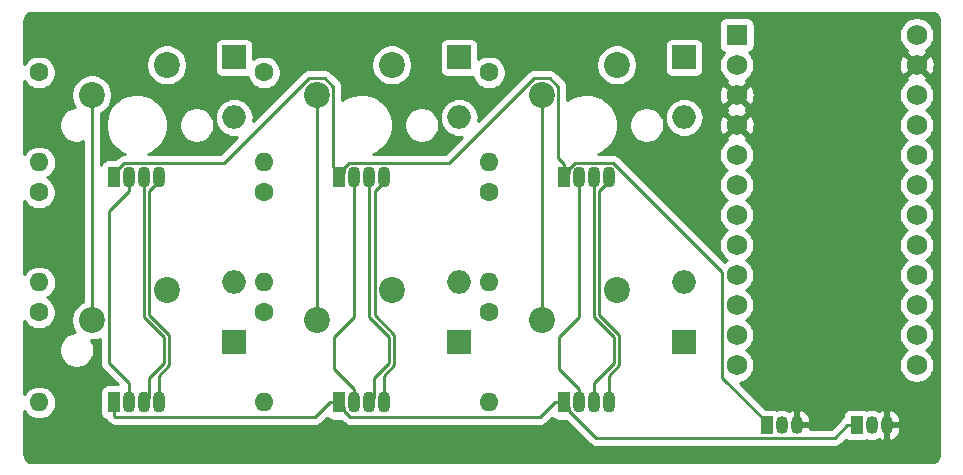
<source format=gbl>
G04 #@! TF.GenerationSoftware,KiCad,Pcbnew,(5.1.4)-1*
G04 #@! TF.CreationDate,2019-10-31T20:11:05+00:00*
G04 #@! TF.ProjectId,rgb,7267622e-6b69-4636-9164-5f7063625858,rev?*
G04 #@! TF.SameCoordinates,Original*
G04 #@! TF.FileFunction,Copper,L2,Bot*
G04 #@! TF.FilePolarity,Positive*
%FSLAX46Y46*%
G04 Gerber Fmt 4.6, Leading zero omitted, Abs format (unit mm)*
G04 Created by KiCad (PCBNEW (5.1.4)-1) date 2019-10-31 20:11:05*
%MOMM*%
%LPD*%
G04 APERTURE LIST*
%ADD10C,2.200000*%
%ADD11R,1.752600X1.752600*%
%ADD12C,1.752600*%
%ADD13R,1.050000X1.500000*%
%ADD14O,1.050000X1.500000*%
%ADD15O,2.000000X2.000000*%
%ADD16R,2.000000X2.000000*%
%ADD17O,1.600000X1.600000*%
%ADD18C,1.600000*%
%ADD19O,1.070000X1.800000*%
%ADD20R,1.070000X1.800000*%
%ADD21C,0.250000*%
%ADD22C,0.254000*%
G04 APERTURE END LIST*
D10*
X80010000Y-68580000D03*
X86360000Y-66040000D03*
D11*
X96520000Y-63500000D03*
D12*
X96520000Y-66040000D03*
X96520000Y-68580000D03*
X96520000Y-71120000D03*
X96520000Y-73660000D03*
X96520000Y-76200000D03*
X96520000Y-78740000D03*
X96520000Y-81280000D03*
X96520000Y-83820000D03*
X96520000Y-86360000D03*
X96520000Y-88900000D03*
X96520000Y-91440000D03*
X111760000Y-63500000D03*
X111760000Y-66040000D03*
X111760000Y-68580000D03*
X111760000Y-71120000D03*
X111760000Y-73660000D03*
X111760000Y-76200000D03*
X111760000Y-78740000D03*
X111760000Y-81280000D03*
X111760000Y-83820000D03*
X111760000Y-86360000D03*
X111760000Y-88900000D03*
X111760000Y-91440000D03*
D10*
X80010000Y-87630000D03*
X86360000Y-85090000D03*
X60960000Y-87630000D03*
X67310000Y-85090000D03*
X41910000Y-87630000D03*
X48260000Y-85090000D03*
X60960000Y-68580000D03*
X67310000Y-66040000D03*
X41910000Y-68580000D03*
X48260000Y-66040000D03*
D13*
X99060000Y-96520000D03*
D14*
X101600000Y-96520000D03*
X100330000Y-96520000D03*
D13*
X106680000Y-96520000D03*
D14*
X109220000Y-96520000D03*
X107950000Y-96520000D03*
D15*
X53975000Y-70485000D03*
D16*
X53975000Y-65405000D03*
D15*
X53975000Y-84455000D03*
D16*
X53975000Y-89535000D03*
X73025000Y-65405000D03*
D15*
X73025000Y-70485000D03*
D16*
X73025000Y-89535000D03*
D15*
X73025000Y-84455000D03*
X92075000Y-70485000D03*
D16*
X92075000Y-65405000D03*
X92075000Y-89535000D03*
D15*
X92075000Y-84455000D03*
D17*
X37465000Y-74295000D03*
D18*
X37465000Y-66675000D03*
X37465000Y-76835000D03*
D17*
X37465000Y-84455000D03*
X37465000Y-94615000D03*
D18*
X37465000Y-86995000D03*
X56515000Y-66675000D03*
D17*
X56515000Y-74295000D03*
X56515000Y-84455000D03*
D18*
X56515000Y-76835000D03*
X56515000Y-86995000D03*
D17*
X56515000Y-94615000D03*
X75565000Y-74295000D03*
D18*
X75565000Y-66675000D03*
X75565000Y-76835000D03*
D17*
X75565000Y-84455000D03*
X75565000Y-94615000D03*
D18*
X75565000Y-86995000D03*
D19*
X47625000Y-75565000D03*
X46355000Y-75565000D03*
X45085000Y-75565000D03*
D20*
X43815000Y-75565000D03*
X43815000Y-94615000D03*
D19*
X45085000Y-94615000D03*
X46355000Y-94615000D03*
X47625000Y-94615000D03*
D20*
X62865000Y-75565000D03*
D19*
X64135000Y-75565000D03*
X65405000Y-75565000D03*
X66675000Y-75565000D03*
D20*
X62865000Y-94615000D03*
D19*
X64135000Y-94615000D03*
X65405000Y-94615000D03*
X66675000Y-94615000D03*
X85725000Y-75565000D03*
X84455000Y-75565000D03*
X83185000Y-75565000D03*
D20*
X81915000Y-75565000D03*
D19*
X85725000Y-94615000D03*
X84455000Y-94615000D03*
X83185000Y-94615000D03*
D20*
X81915000Y-94615000D03*
D21*
X41910000Y-68580000D02*
X41910000Y-87630000D01*
X60960000Y-68580000D02*
X60960000Y-87630000D01*
X80010000Y-68580000D02*
X80010000Y-87630000D01*
X63274990Y-75155010D02*
X63274990Y-74843773D01*
X62865000Y-75565000D02*
X63274990Y-75155010D01*
X43815000Y-75200000D02*
X43815000Y-75565000D01*
X44675010Y-74339990D02*
X43815000Y-75200000D01*
X53091008Y-74339990D02*
X44675010Y-74339990D01*
X60275999Y-67154999D02*
X53091008Y-74339990D01*
X61644001Y-67154999D02*
X60275999Y-67154999D01*
X62385001Y-74720001D02*
X62385001Y-67895999D01*
X62865000Y-75200000D02*
X62385001Y-74720001D01*
X62385001Y-67895999D02*
X61644001Y-67154999D01*
X81435001Y-67895999D02*
X80694001Y-67154999D01*
X81435001Y-73935001D02*
X81435001Y-67895999D01*
X81915000Y-75565000D02*
X81915000Y-74415000D01*
X81915000Y-74415000D02*
X81435001Y-73935001D01*
X62865000Y-75200000D02*
X62865000Y-75565000D01*
X63725010Y-74339990D02*
X62865000Y-75200000D01*
X72141008Y-74339990D02*
X63725010Y-74339990D01*
X79325999Y-67154999D02*
X72141008Y-74339990D01*
X80694001Y-67154999D02*
X79325999Y-67154999D01*
X81915000Y-75565000D02*
X81915000Y-75200000D01*
X95318699Y-92553699D02*
X99060000Y-96295000D01*
X86081227Y-74339990D02*
X95318699Y-83577462D01*
X82828773Y-74339990D02*
X86081227Y-74339990D01*
X99060000Y-96295000D02*
X99060000Y-96520000D01*
X82324990Y-74843773D02*
X82828773Y-74339990D01*
X95318699Y-83577462D02*
X95318699Y-92553699D01*
X82324990Y-75155010D02*
X82324990Y-74843773D01*
X81915000Y-75565000D02*
X82324990Y-75155010D01*
X45085000Y-76715000D02*
X45085000Y-75565000D01*
X43394999Y-78405001D02*
X45085000Y-76715000D01*
X43394999Y-91286001D02*
X43394999Y-78405001D01*
X45085000Y-92976002D02*
X43394999Y-91286001D01*
X45085000Y-94615000D02*
X45085000Y-92976002D01*
X48045001Y-91286001D02*
X48045001Y-89053999D01*
X46764990Y-92566012D02*
X48045001Y-91286001D01*
X46355000Y-94615000D02*
X46764990Y-94205010D01*
X46764990Y-94205010D02*
X46764990Y-92566012D01*
X46355000Y-87363998D02*
X46355000Y-75565000D01*
X48045001Y-89053999D02*
X46355000Y-87363998D01*
X47625000Y-75876237D02*
X47625000Y-75565000D01*
X46805010Y-76696227D02*
X47625000Y-75876237D01*
X46805010Y-87177598D02*
X46805010Y-76696227D01*
X48495011Y-88867599D02*
X46805010Y-87177598D01*
X48495011Y-91472401D02*
X48495011Y-88867599D01*
X47625000Y-92342412D02*
X48495011Y-91472401D01*
X47625000Y-94615000D02*
X47625000Y-92342412D01*
X62080000Y-94615000D02*
X62865000Y-94615000D01*
X60854990Y-95840010D02*
X62080000Y-94615000D01*
X43890010Y-95840010D02*
X60854990Y-95840010D01*
X43815000Y-95765000D02*
X43890010Y-95840010D01*
X43815000Y-94615000D02*
X43815000Y-95765000D01*
X81130000Y-94615000D02*
X81915000Y-94615000D01*
X79904990Y-95840010D02*
X81130000Y-94615000D01*
X63778773Y-95840010D02*
X79904990Y-95840010D01*
X63274990Y-95336227D02*
X63778773Y-95840010D01*
X63274990Y-95024990D02*
X63274990Y-95336227D01*
X62865000Y-94615000D02*
X63274990Y-95024990D01*
X81915000Y-94980000D02*
X81915000Y-94615000D01*
X105905000Y-96520000D02*
X106680000Y-96520000D01*
X104829990Y-97595010D02*
X105905000Y-96520000D01*
X84583773Y-97595010D02*
X104829990Y-97595010D01*
X82324990Y-95336227D02*
X84583773Y-97595010D01*
X82324990Y-95024990D02*
X82324990Y-95336227D01*
X81915000Y-94615000D02*
X82324990Y-95024990D01*
X66675000Y-75930000D02*
X66675000Y-75565000D01*
X67545023Y-88867611D02*
X65884999Y-87207587D01*
X65884999Y-87207587D02*
X65884999Y-76720001D01*
X65884999Y-76720001D02*
X66675000Y-75930000D01*
X66675000Y-94615000D02*
X66675000Y-92710000D01*
X67545011Y-91472401D02*
X67545011Y-88867599D01*
X66675000Y-92710000D02*
X66675000Y-92342412D01*
X66675000Y-92342412D02*
X67545011Y-91472401D01*
X67095001Y-91286001D02*
X67095001Y-89053999D01*
X65814990Y-92566012D02*
X67095001Y-91286001D01*
X65405000Y-94615000D02*
X65814990Y-94205010D01*
X65814990Y-94205010D02*
X65814990Y-92566012D01*
X65405000Y-87363998D02*
X65405000Y-75565000D01*
X67095001Y-89053999D02*
X65405000Y-87363998D01*
X64135000Y-93465000D02*
X64135000Y-94615000D01*
X62444999Y-91774999D02*
X64135000Y-93465000D01*
X62444999Y-89053999D02*
X62444999Y-91774999D01*
X64135000Y-87363998D02*
X62444999Y-89053999D01*
X64135000Y-75565000D02*
X64135000Y-87363998D01*
X83185000Y-93465000D02*
X83185000Y-94615000D01*
X81494999Y-91774999D02*
X83185000Y-93465000D01*
X81494999Y-89053999D02*
X81494999Y-91774999D01*
X83185000Y-87363998D02*
X81494999Y-89053999D01*
X83185000Y-75565000D02*
X83185000Y-87363998D01*
X86145001Y-91286001D02*
X86145001Y-89053999D01*
X84455000Y-94615000D02*
X84455000Y-92976002D01*
X84455000Y-92976002D02*
X86145001Y-91286001D01*
X84455000Y-87363998D02*
X84455000Y-75565000D01*
X86145001Y-89053999D02*
X84455000Y-87363998D01*
X85725000Y-75876237D02*
X85725000Y-75565000D01*
X84905010Y-76696227D02*
X85725000Y-75876237D01*
X84905010Y-87177598D02*
X84905010Y-76696227D01*
X86595011Y-88867599D02*
X84905010Y-87177598D01*
X86595011Y-91472401D02*
X86595011Y-88867599D01*
X85725000Y-92342412D02*
X86595011Y-91472401D01*
X85725000Y-94615000D02*
X85725000Y-92342412D01*
D22*
G36*
X113147869Y-61634722D02*
G01*
X113261246Y-61668953D01*
X113365819Y-61724555D01*
X113457596Y-61799407D01*
X113533091Y-61890664D01*
X113589419Y-61994844D01*
X113624440Y-62107976D01*
X113640001Y-62256031D01*
X113640000Y-99027721D01*
X113625278Y-99177869D01*
X113591047Y-99291246D01*
X113535446Y-99395817D01*
X113460594Y-99487595D01*
X113369335Y-99563091D01*
X113265160Y-99619419D01*
X113152024Y-99654440D01*
X113003979Y-99670000D01*
X36862279Y-99670000D01*
X36712131Y-99655278D01*
X36598754Y-99621047D01*
X36494183Y-99565446D01*
X36402405Y-99490594D01*
X36326909Y-99399335D01*
X36270581Y-99295160D01*
X36235560Y-99182024D01*
X36220000Y-99033979D01*
X36220000Y-95329914D01*
X36266068Y-95416101D01*
X36445392Y-95634608D01*
X36663899Y-95813932D01*
X36913192Y-95947182D01*
X37183691Y-96029236D01*
X37394508Y-96050000D01*
X37535492Y-96050000D01*
X37746309Y-96029236D01*
X38016808Y-95947182D01*
X38266101Y-95813932D01*
X38484608Y-95634608D01*
X38663932Y-95416101D01*
X38797182Y-95166808D01*
X38879236Y-94896309D01*
X38906943Y-94615000D01*
X38879236Y-94333691D01*
X38797182Y-94063192D01*
X38663932Y-93813899D01*
X38484608Y-93595392D01*
X38266101Y-93416068D01*
X38016808Y-93282818D01*
X37746309Y-93200764D01*
X37535492Y-93180000D01*
X37394508Y-93180000D01*
X37183691Y-93200764D01*
X36913192Y-93282818D01*
X36663899Y-93416068D01*
X36445392Y-93595392D01*
X36266068Y-93813899D01*
X36220000Y-93900086D01*
X36220000Y-87714657D01*
X36350363Y-87909759D01*
X36550241Y-88109637D01*
X36785273Y-88266680D01*
X37046426Y-88374853D01*
X37323665Y-88430000D01*
X37606335Y-88430000D01*
X37883574Y-88374853D01*
X38144727Y-88266680D01*
X38379759Y-88109637D01*
X38579637Y-87909759D01*
X38736680Y-87674727D01*
X38844853Y-87413574D01*
X38900000Y-87136335D01*
X38900000Y-86853665D01*
X38844853Y-86576426D01*
X38736680Y-86315273D01*
X38579637Y-86080241D01*
X38379759Y-85880363D01*
X38144727Y-85723320D01*
X38139971Y-85721350D01*
X38266101Y-85653932D01*
X38484608Y-85474608D01*
X38663932Y-85256101D01*
X38797182Y-85006808D01*
X38879236Y-84736309D01*
X38906943Y-84455000D01*
X38879236Y-84173691D01*
X38797182Y-83903192D01*
X38663932Y-83653899D01*
X38484608Y-83435392D01*
X38266101Y-83256068D01*
X38016808Y-83122818D01*
X37746309Y-83040764D01*
X37535492Y-83020000D01*
X37394508Y-83020000D01*
X37183691Y-83040764D01*
X36913192Y-83122818D01*
X36663899Y-83256068D01*
X36445392Y-83435392D01*
X36266068Y-83653899D01*
X36220000Y-83740086D01*
X36220000Y-77554657D01*
X36350363Y-77749759D01*
X36550241Y-77949637D01*
X36785273Y-78106680D01*
X37046426Y-78214853D01*
X37323665Y-78270000D01*
X37606335Y-78270000D01*
X37883574Y-78214853D01*
X38144727Y-78106680D01*
X38379759Y-77949637D01*
X38579637Y-77749759D01*
X38736680Y-77514727D01*
X38844853Y-77253574D01*
X38900000Y-76976335D01*
X38900000Y-76693665D01*
X38844853Y-76416426D01*
X38736680Y-76155273D01*
X38579637Y-75920241D01*
X38379759Y-75720363D01*
X38144727Y-75563320D01*
X38139971Y-75561350D01*
X38266101Y-75493932D01*
X38484608Y-75314608D01*
X38663932Y-75096101D01*
X38797182Y-74846808D01*
X38879236Y-74576309D01*
X38906943Y-74295000D01*
X38879236Y-74013691D01*
X38797182Y-73743192D01*
X38663932Y-73493899D01*
X38484608Y-73275392D01*
X38266101Y-73096068D01*
X38016808Y-72962818D01*
X37746309Y-72880764D01*
X37535492Y-72860000D01*
X37394508Y-72860000D01*
X37183691Y-72880764D01*
X36913192Y-72962818D01*
X36663899Y-73096068D01*
X36445392Y-73275392D01*
X36266068Y-73493899D01*
X36220000Y-73580086D01*
X36220000Y-70973740D01*
X39155000Y-70973740D01*
X39155000Y-71266260D01*
X39212068Y-71553158D01*
X39324010Y-71823411D01*
X39486525Y-72066632D01*
X39693368Y-72273475D01*
X39936589Y-72435990D01*
X40206842Y-72547932D01*
X40493740Y-72605000D01*
X40786260Y-72605000D01*
X41073158Y-72547932D01*
X41150000Y-72516103D01*
X41150001Y-86066851D01*
X41088169Y-86092463D01*
X40804002Y-86282337D01*
X40562337Y-86524002D01*
X40372463Y-86808169D01*
X40241675Y-87123919D01*
X40175000Y-87459117D01*
X40175000Y-87800883D01*
X40241675Y-88136081D01*
X40372463Y-88451831D01*
X40528261Y-88685000D01*
X40493740Y-88685000D01*
X40206842Y-88742068D01*
X39936589Y-88854010D01*
X39693368Y-89016525D01*
X39486525Y-89223368D01*
X39324010Y-89466589D01*
X39212068Y-89736842D01*
X39155000Y-90023740D01*
X39155000Y-90316260D01*
X39212068Y-90603158D01*
X39324010Y-90873411D01*
X39486525Y-91116632D01*
X39693368Y-91323475D01*
X39936589Y-91485990D01*
X40206842Y-91597932D01*
X40493740Y-91655000D01*
X40786260Y-91655000D01*
X41073158Y-91597932D01*
X41343411Y-91485990D01*
X41586632Y-91323475D01*
X41793475Y-91116632D01*
X41955990Y-90873411D01*
X42067932Y-90603158D01*
X42125000Y-90316260D01*
X42125000Y-90023740D01*
X42067932Y-89736842D01*
X41955990Y-89466589D01*
X41888110Y-89365000D01*
X42080883Y-89365000D01*
X42416081Y-89298325D01*
X42634999Y-89207646D01*
X42634999Y-91248679D01*
X42631323Y-91286001D01*
X42634999Y-91323323D01*
X42634999Y-91323333D01*
X42645996Y-91434986D01*
X42689453Y-91578247D01*
X42760025Y-91710277D01*
X42799870Y-91758827D01*
X42854998Y-91826002D01*
X42884002Y-91849805D01*
X44111124Y-93076928D01*
X43280000Y-93076928D01*
X43155518Y-93089188D01*
X43035820Y-93125498D01*
X42925506Y-93184463D01*
X42828815Y-93263815D01*
X42749463Y-93360506D01*
X42690498Y-93470820D01*
X42654188Y-93590518D01*
X42641928Y-93715000D01*
X42641928Y-95515000D01*
X42654188Y-95639482D01*
X42690498Y-95759180D01*
X42749463Y-95869494D01*
X42828815Y-95966185D01*
X42925506Y-96045537D01*
X43035820Y-96104502D01*
X43153851Y-96140306D01*
X43180026Y-96189276D01*
X43236154Y-96257667D01*
X43275000Y-96305001D01*
X43303998Y-96328799D01*
X43326206Y-96351007D01*
X43350009Y-96380011D01*
X43465734Y-96474984D01*
X43597763Y-96545556D01*
X43741024Y-96589013D01*
X43852677Y-96600010D01*
X43852687Y-96600010D01*
X43890009Y-96603686D01*
X43927332Y-96600010D01*
X60817668Y-96600010D01*
X60854990Y-96603686D01*
X60892312Y-96600010D01*
X60892323Y-96600010D01*
X61003976Y-96589013D01*
X61147237Y-96545556D01*
X61279266Y-96474984D01*
X61394991Y-96380011D01*
X61418794Y-96351007D01*
X61844919Y-95924882D01*
X61878815Y-95966185D01*
X61975506Y-96045537D01*
X62085820Y-96104502D01*
X62205518Y-96140812D01*
X62330000Y-96153072D01*
X63017034Y-96153072D01*
X63214969Y-96351007D01*
X63238772Y-96380011D01*
X63354497Y-96474984D01*
X63486526Y-96545556D01*
X63629787Y-96589013D01*
X63741440Y-96600010D01*
X63741448Y-96600010D01*
X63778773Y-96603686D01*
X63816098Y-96600010D01*
X79867668Y-96600010D01*
X79904990Y-96603686D01*
X79942312Y-96600010D01*
X79942323Y-96600010D01*
X80053976Y-96589013D01*
X80197237Y-96545556D01*
X80329266Y-96474984D01*
X80444991Y-96380011D01*
X80468794Y-96351007D01*
X80894919Y-95924882D01*
X80928815Y-95966185D01*
X81025506Y-96045537D01*
X81135820Y-96104502D01*
X81255518Y-96140812D01*
X81380000Y-96153072D01*
X82067034Y-96153072D01*
X84019974Y-98106013D01*
X84043772Y-98135011D01*
X84072770Y-98158809D01*
X84159497Y-98229984D01*
X84291526Y-98300556D01*
X84434787Y-98344013D01*
X84583773Y-98358687D01*
X84621106Y-98355010D01*
X104792668Y-98355010D01*
X104829990Y-98358686D01*
X104867312Y-98355010D01*
X104867323Y-98355010D01*
X104978976Y-98344013D01*
X105122237Y-98300556D01*
X105254266Y-98229984D01*
X105369991Y-98135011D01*
X105393794Y-98106008D01*
X105744899Y-97754902D01*
X105800506Y-97800537D01*
X105910820Y-97859502D01*
X106030518Y-97895812D01*
X106155000Y-97908072D01*
X107205000Y-97908072D01*
X107329482Y-97895812D01*
X107449180Y-97859502D01*
X107513902Y-97824907D01*
X107722601Y-97888215D01*
X107950000Y-97910612D01*
X108177400Y-97888215D01*
X108396060Y-97821885D01*
X108584669Y-97721071D01*
X108643118Y-97762275D01*
X108852663Y-97855272D01*
X108914190Y-97863964D01*
X109093000Y-97738163D01*
X109093000Y-96973108D01*
X109093215Y-96972399D01*
X109110000Y-96801978D01*
X109110000Y-96647000D01*
X109347000Y-96647000D01*
X109347000Y-97738163D01*
X109525810Y-97863964D01*
X109587337Y-97855272D01*
X109796882Y-97762275D01*
X109984258Y-97630184D01*
X110142264Y-97464076D01*
X110264828Y-97270334D01*
X110347239Y-97056404D01*
X110386331Y-96830507D01*
X110226598Y-96647000D01*
X109347000Y-96647000D01*
X109110000Y-96647000D01*
X109110000Y-96238021D01*
X109093215Y-96067600D01*
X109093000Y-96066891D01*
X109093000Y-95301837D01*
X109347000Y-95301837D01*
X109347000Y-96393000D01*
X110226598Y-96393000D01*
X110386331Y-96209493D01*
X110347239Y-95983596D01*
X110264828Y-95769666D01*
X110142264Y-95575924D01*
X109984258Y-95409816D01*
X109796882Y-95277725D01*
X109587337Y-95184728D01*
X109525810Y-95176036D01*
X109347000Y-95301837D01*
X109093000Y-95301837D01*
X108914190Y-95176036D01*
X108852663Y-95184728D01*
X108643118Y-95277725D01*
X108584669Y-95318929D01*
X108396059Y-95218115D01*
X108177399Y-95151785D01*
X107950000Y-95129388D01*
X107722600Y-95151785D01*
X107513902Y-95215093D01*
X107449180Y-95180498D01*
X107329482Y-95144188D01*
X107205000Y-95131928D01*
X106155000Y-95131928D01*
X106030518Y-95144188D01*
X105910820Y-95180498D01*
X105800506Y-95239463D01*
X105703815Y-95318815D01*
X105624463Y-95415506D01*
X105565498Y-95525820D01*
X105529188Y-95645518D01*
X105516928Y-95770000D01*
X105516928Y-95865674D01*
X105480724Y-95885026D01*
X105364999Y-95979999D01*
X105341201Y-96008997D01*
X104515189Y-96835010D01*
X102765552Y-96835010D01*
X102766331Y-96830507D01*
X102606598Y-96647000D01*
X101727000Y-96647000D01*
X101727000Y-96667000D01*
X101490000Y-96667000D01*
X101490000Y-96238021D01*
X101473215Y-96067600D01*
X101473000Y-96066891D01*
X101473000Y-95301837D01*
X101727000Y-95301837D01*
X101727000Y-96393000D01*
X102606598Y-96393000D01*
X102766331Y-96209493D01*
X102727239Y-95983596D01*
X102644828Y-95769666D01*
X102522264Y-95575924D01*
X102364258Y-95409816D01*
X102176882Y-95277725D01*
X101967337Y-95184728D01*
X101905810Y-95176036D01*
X101727000Y-95301837D01*
X101473000Y-95301837D01*
X101294190Y-95176036D01*
X101232663Y-95184728D01*
X101023118Y-95277725D01*
X100964669Y-95318929D01*
X100776059Y-95218115D01*
X100557399Y-95151785D01*
X100330000Y-95129388D01*
X100102600Y-95151785D01*
X99893902Y-95215093D01*
X99829180Y-95180498D01*
X99709482Y-95144188D01*
X99585000Y-95131928D01*
X98971730Y-95131928D01*
X96770819Y-92931017D01*
X96960830Y-92893222D01*
X97235869Y-92779297D01*
X97483398Y-92613904D01*
X97693904Y-92403398D01*
X97859297Y-92155869D01*
X97973222Y-91880830D01*
X98031300Y-91588850D01*
X98031300Y-91291150D01*
X97973222Y-90999170D01*
X97859297Y-90724131D01*
X97693904Y-90476602D01*
X97483398Y-90266096D01*
X97339580Y-90170000D01*
X97483398Y-90073904D01*
X97693904Y-89863398D01*
X97859297Y-89615869D01*
X97973222Y-89340830D01*
X98031300Y-89048850D01*
X98031300Y-88751150D01*
X97973222Y-88459170D01*
X97859297Y-88184131D01*
X97693904Y-87936602D01*
X97483398Y-87726096D01*
X97339580Y-87630000D01*
X97483398Y-87533904D01*
X97693904Y-87323398D01*
X97859297Y-87075869D01*
X97973222Y-86800830D01*
X98031300Y-86508850D01*
X98031300Y-86211150D01*
X97973222Y-85919170D01*
X97859297Y-85644131D01*
X97693904Y-85396602D01*
X97483398Y-85186096D01*
X97339580Y-85090000D01*
X97483398Y-84993904D01*
X97693904Y-84783398D01*
X97859297Y-84535869D01*
X97973222Y-84260830D01*
X98031300Y-83968850D01*
X98031300Y-83671150D01*
X97973222Y-83379170D01*
X97859297Y-83104131D01*
X97693904Y-82856602D01*
X97483398Y-82646096D01*
X97339580Y-82550000D01*
X97483398Y-82453904D01*
X97693904Y-82243398D01*
X97859297Y-81995869D01*
X97973222Y-81720830D01*
X98031300Y-81428850D01*
X98031300Y-81131150D01*
X97973222Y-80839170D01*
X97859297Y-80564131D01*
X97693904Y-80316602D01*
X97483398Y-80106096D01*
X97339580Y-80010000D01*
X97483398Y-79913904D01*
X97693904Y-79703398D01*
X97859297Y-79455869D01*
X97973222Y-79180830D01*
X98031300Y-78888850D01*
X98031300Y-78591150D01*
X97973222Y-78299170D01*
X97859297Y-78024131D01*
X97693904Y-77776602D01*
X97483398Y-77566096D01*
X97339580Y-77470000D01*
X97483398Y-77373904D01*
X97693904Y-77163398D01*
X97859297Y-76915869D01*
X97973222Y-76640830D01*
X98031300Y-76348850D01*
X98031300Y-76051150D01*
X97973222Y-75759170D01*
X97859297Y-75484131D01*
X97693904Y-75236602D01*
X97483398Y-75026096D01*
X97339580Y-74930000D01*
X97483398Y-74833904D01*
X97693904Y-74623398D01*
X97859297Y-74375869D01*
X97973222Y-74100830D01*
X98031300Y-73808850D01*
X98031300Y-73511150D01*
X97973222Y-73219170D01*
X97859297Y-72944131D01*
X97693904Y-72696602D01*
X97483398Y-72486096D01*
X97320191Y-72377045D01*
X97387563Y-72167169D01*
X96520000Y-71299605D01*
X95652437Y-72167169D01*
X95719809Y-72377045D01*
X95556602Y-72486096D01*
X95346096Y-72696602D01*
X95180703Y-72944131D01*
X95066778Y-73219170D01*
X95008700Y-73511150D01*
X95008700Y-73808850D01*
X95066778Y-74100830D01*
X95180703Y-74375869D01*
X95346096Y-74623398D01*
X95556602Y-74833904D01*
X95700420Y-74930000D01*
X95556602Y-75026096D01*
X95346096Y-75236602D01*
X95180703Y-75484131D01*
X95066778Y-75759170D01*
X95008700Y-76051150D01*
X95008700Y-76348850D01*
X95066778Y-76640830D01*
X95180703Y-76915869D01*
X95346096Y-77163398D01*
X95556602Y-77373904D01*
X95700420Y-77470000D01*
X95556602Y-77566096D01*
X95346096Y-77776602D01*
X95180703Y-78024131D01*
X95066778Y-78299170D01*
X95008700Y-78591150D01*
X95008700Y-78888850D01*
X95066778Y-79180830D01*
X95180703Y-79455869D01*
X95346096Y-79703398D01*
X95556602Y-79913904D01*
X95700420Y-80010000D01*
X95556602Y-80106096D01*
X95346096Y-80316602D01*
X95180703Y-80564131D01*
X95066778Y-80839170D01*
X95008700Y-81131150D01*
X95008700Y-81428850D01*
X95066778Y-81720830D01*
X95180703Y-81995869D01*
X95346096Y-82243398D01*
X95556602Y-82453904D01*
X95700420Y-82550000D01*
X95556602Y-82646096D01*
X95509368Y-82693330D01*
X86645031Y-73828993D01*
X86621228Y-73799989D01*
X86505503Y-73705016D01*
X86373474Y-73634444D01*
X86230213Y-73590987D01*
X86118560Y-73579990D01*
X86118549Y-73579990D01*
X86081227Y-73576314D01*
X86043905Y-73579990D01*
X84766647Y-73579990D01*
X85068141Y-73455107D01*
X85499715Y-73166738D01*
X85866738Y-72799715D01*
X86155107Y-72368141D01*
X86353739Y-71888601D01*
X86455000Y-71379525D01*
X86455000Y-70973740D01*
X87415000Y-70973740D01*
X87415000Y-71266260D01*
X87472068Y-71553158D01*
X87584010Y-71823411D01*
X87746525Y-72066632D01*
X87953368Y-72273475D01*
X88196589Y-72435990D01*
X88466842Y-72547932D01*
X88753740Y-72605000D01*
X89046260Y-72605000D01*
X89333158Y-72547932D01*
X89603411Y-72435990D01*
X89846632Y-72273475D01*
X90053475Y-72066632D01*
X90215990Y-71823411D01*
X90327932Y-71553158D01*
X90385000Y-71266260D01*
X90385000Y-70973740D01*
X90327932Y-70686842D01*
X90244327Y-70485000D01*
X90432089Y-70485000D01*
X90463657Y-70805516D01*
X90557148Y-71113715D01*
X90708969Y-71397752D01*
X90913286Y-71646714D01*
X91162248Y-71851031D01*
X91446285Y-72002852D01*
X91754484Y-72096343D01*
X91994678Y-72120000D01*
X92155322Y-72120000D01*
X92395516Y-72096343D01*
X92703715Y-72002852D01*
X92987752Y-71851031D01*
X93236714Y-71646714D01*
X93441031Y-71397752D01*
X93553417Y-71187491D01*
X95002887Y-71187491D01*
X95045204Y-71482167D01*
X95144198Y-71762927D01*
X95221071Y-71906746D01*
X95472831Y-71987563D01*
X96340395Y-71120000D01*
X96699605Y-71120000D01*
X97567169Y-71987563D01*
X97818929Y-71906746D01*
X97947457Y-71638221D01*
X98021129Y-71349781D01*
X98037113Y-71052509D01*
X97994796Y-70757833D01*
X97895802Y-70477073D01*
X97818929Y-70333254D01*
X97567169Y-70252437D01*
X96699605Y-71120000D01*
X96340395Y-71120000D01*
X95472831Y-70252437D01*
X95221071Y-70333254D01*
X95092543Y-70601779D01*
X95018871Y-70890219D01*
X95002887Y-71187491D01*
X93553417Y-71187491D01*
X93592852Y-71113715D01*
X93686343Y-70805516D01*
X93717911Y-70485000D01*
X93686343Y-70164484D01*
X93592852Y-69856285D01*
X93470387Y-69627169D01*
X95652437Y-69627169D01*
X95723968Y-69850000D01*
X95652437Y-70072831D01*
X96520000Y-70940395D01*
X97387563Y-70072831D01*
X97316032Y-69850000D01*
X97387563Y-69627169D01*
X96520000Y-68759605D01*
X95652437Y-69627169D01*
X93470387Y-69627169D01*
X93441031Y-69572248D01*
X93236714Y-69323286D01*
X92987752Y-69118969D01*
X92703715Y-68967148D01*
X92395516Y-68873657D01*
X92155322Y-68850000D01*
X91994678Y-68850000D01*
X91754484Y-68873657D01*
X91446285Y-68967148D01*
X91162248Y-69118969D01*
X90913286Y-69323286D01*
X90708969Y-69572248D01*
X90557148Y-69856285D01*
X90463657Y-70164484D01*
X90432089Y-70485000D01*
X90244327Y-70485000D01*
X90215990Y-70416589D01*
X90053475Y-70173368D01*
X89846632Y-69966525D01*
X89603411Y-69804010D01*
X89333158Y-69692068D01*
X89046260Y-69635000D01*
X88753740Y-69635000D01*
X88466842Y-69692068D01*
X88196589Y-69804010D01*
X87953368Y-69966525D01*
X87746525Y-70173368D01*
X87584010Y-70416589D01*
X87472068Y-70686842D01*
X87415000Y-70973740D01*
X86455000Y-70973740D01*
X86455000Y-70860475D01*
X86353739Y-70351399D01*
X86155107Y-69871859D01*
X85866738Y-69440285D01*
X85499715Y-69073262D01*
X85068141Y-68784893D01*
X84736424Y-68647491D01*
X95002887Y-68647491D01*
X95045204Y-68942167D01*
X95144198Y-69222927D01*
X95221071Y-69366746D01*
X95472831Y-69447563D01*
X96340395Y-68580000D01*
X96699605Y-68580000D01*
X97567169Y-69447563D01*
X97818929Y-69366746D01*
X97947457Y-69098221D01*
X98021129Y-68809781D01*
X98037113Y-68512509D01*
X98025430Y-68431150D01*
X110248700Y-68431150D01*
X110248700Y-68728850D01*
X110306778Y-69020830D01*
X110420703Y-69295869D01*
X110586096Y-69543398D01*
X110796602Y-69753904D01*
X110940420Y-69850000D01*
X110796602Y-69946096D01*
X110586096Y-70156602D01*
X110420703Y-70404131D01*
X110306778Y-70679170D01*
X110248700Y-70971150D01*
X110248700Y-71268850D01*
X110306778Y-71560830D01*
X110420703Y-71835869D01*
X110586096Y-72083398D01*
X110796602Y-72293904D01*
X110940420Y-72390000D01*
X110796602Y-72486096D01*
X110586096Y-72696602D01*
X110420703Y-72944131D01*
X110306778Y-73219170D01*
X110248700Y-73511150D01*
X110248700Y-73808850D01*
X110306778Y-74100830D01*
X110420703Y-74375869D01*
X110586096Y-74623398D01*
X110796602Y-74833904D01*
X110940420Y-74930000D01*
X110796602Y-75026096D01*
X110586096Y-75236602D01*
X110420703Y-75484131D01*
X110306778Y-75759170D01*
X110248700Y-76051150D01*
X110248700Y-76348850D01*
X110306778Y-76640830D01*
X110420703Y-76915869D01*
X110586096Y-77163398D01*
X110796602Y-77373904D01*
X110940420Y-77470000D01*
X110796602Y-77566096D01*
X110586096Y-77776602D01*
X110420703Y-78024131D01*
X110306778Y-78299170D01*
X110248700Y-78591150D01*
X110248700Y-78888850D01*
X110306778Y-79180830D01*
X110420703Y-79455869D01*
X110586096Y-79703398D01*
X110796602Y-79913904D01*
X110940420Y-80010000D01*
X110796602Y-80106096D01*
X110586096Y-80316602D01*
X110420703Y-80564131D01*
X110306778Y-80839170D01*
X110248700Y-81131150D01*
X110248700Y-81428850D01*
X110306778Y-81720830D01*
X110420703Y-81995869D01*
X110586096Y-82243398D01*
X110796602Y-82453904D01*
X110940420Y-82550000D01*
X110796602Y-82646096D01*
X110586096Y-82856602D01*
X110420703Y-83104131D01*
X110306778Y-83379170D01*
X110248700Y-83671150D01*
X110248700Y-83968850D01*
X110306778Y-84260830D01*
X110420703Y-84535869D01*
X110586096Y-84783398D01*
X110796602Y-84993904D01*
X110940420Y-85090000D01*
X110796602Y-85186096D01*
X110586096Y-85396602D01*
X110420703Y-85644131D01*
X110306778Y-85919170D01*
X110248700Y-86211150D01*
X110248700Y-86508850D01*
X110306778Y-86800830D01*
X110420703Y-87075869D01*
X110586096Y-87323398D01*
X110796602Y-87533904D01*
X110940420Y-87630000D01*
X110796602Y-87726096D01*
X110586096Y-87936602D01*
X110420703Y-88184131D01*
X110306778Y-88459170D01*
X110248700Y-88751150D01*
X110248700Y-89048850D01*
X110306778Y-89340830D01*
X110420703Y-89615869D01*
X110586096Y-89863398D01*
X110796602Y-90073904D01*
X110940420Y-90170000D01*
X110796602Y-90266096D01*
X110586096Y-90476602D01*
X110420703Y-90724131D01*
X110306778Y-90999170D01*
X110248700Y-91291150D01*
X110248700Y-91588850D01*
X110306778Y-91880830D01*
X110420703Y-92155869D01*
X110586096Y-92403398D01*
X110796602Y-92613904D01*
X111044131Y-92779297D01*
X111319170Y-92893222D01*
X111611150Y-92951300D01*
X111908850Y-92951300D01*
X112200830Y-92893222D01*
X112475869Y-92779297D01*
X112723398Y-92613904D01*
X112933904Y-92403398D01*
X113099297Y-92155869D01*
X113213222Y-91880830D01*
X113271300Y-91588850D01*
X113271300Y-91291150D01*
X113213222Y-90999170D01*
X113099297Y-90724131D01*
X112933904Y-90476602D01*
X112723398Y-90266096D01*
X112579580Y-90170000D01*
X112723398Y-90073904D01*
X112933904Y-89863398D01*
X113099297Y-89615869D01*
X113213222Y-89340830D01*
X113271300Y-89048850D01*
X113271300Y-88751150D01*
X113213222Y-88459170D01*
X113099297Y-88184131D01*
X112933904Y-87936602D01*
X112723398Y-87726096D01*
X112579580Y-87630000D01*
X112723398Y-87533904D01*
X112933904Y-87323398D01*
X113099297Y-87075869D01*
X113213222Y-86800830D01*
X113271300Y-86508850D01*
X113271300Y-86211150D01*
X113213222Y-85919170D01*
X113099297Y-85644131D01*
X112933904Y-85396602D01*
X112723398Y-85186096D01*
X112579580Y-85090000D01*
X112723398Y-84993904D01*
X112933904Y-84783398D01*
X113099297Y-84535869D01*
X113213222Y-84260830D01*
X113271300Y-83968850D01*
X113271300Y-83671150D01*
X113213222Y-83379170D01*
X113099297Y-83104131D01*
X112933904Y-82856602D01*
X112723398Y-82646096D01*
X112579580Y-82550000D01*
X112723398Y-82453904D01*
X112933904Y-82243398D01*
X113099297Y-81995869D01*
X113213222Y-81720830D01*
X113271300Y-81428850D01*
X113271300Y-81131150D01*
X113213222Y-80839170D01*
X113099297Y-80564131D01*
X112933904Y-80316602D01*
X112723398Y-80106096D01*
X112579580Y-80010000D01*
X112723398Y-79913904D01*
X112933904Y-79703398D01*
X113099297Y-79455869D01*
X113213222Y-79180830D01*
X113271300Y-78888850D01*
X113271300Y-78591150D01*
X113213222Y-78299170D01*
X113099297Y-78024131D01*
X112933904Y-77776602D01*
X112723398Y-77566096D01*
X112579580Y-77470000D01*
X112723398Y-77373904D01*
X112933904Y-77163398D01*
X113099297Y-76915869D01*
X113213222Y-76640830D01*
X113271300Y-76348850D01*
X113271300Y-76051150D01*
X113213222Y-75759170D01*
X113099297Y-75484131D01*
X112933904Y-75236602D01*
X112723398Y-75026096D01*
X112579580Y-74930000D01*
X112723398Y-74833904D01*
X112933904Y-74623398D01*
X113099297Y-74375869D01*
X113213222Y-74100830D01*
X113271300Y-73808850D01*
X113271300Y-73511150D01*
X113213222Y-73219170D01*
X113099297Y-72944131D01*
X112933904Y-72696602D01*
X112723398Y-72486096D01*
X112579580Y-72390000D01*
X112723398Y-72293904D01*
X112933904Y-72083398D01*
X113099297Y-71835869D01*
X113213222Y-71560830D01*
X113271300Y-71268850D01*
X113271300Y-70971150D01*
X113213222Y-70679170D01*
X113099297Y-70404131D01*
X112933904Y-70156602D01*
X112723398Y-69946096D01*
X112579580Y-69850000D01*
X112723398Y-69753904D01*
X112933904Y-69543398D01*
X113099297Y-69295869D01*
X113213222Y-69020830D01*
X113271300Y-68728850D01*
X113271300Y-68431150D01*
X113213222Y-68139170D01*
X113099297Y-67864131D01*
X112933904Y-67616602D01*
X112723398Y-67406096D01*
X112560191Y-67297045D01*
X112627563Y-67087169D01*
X111760000Y-66219605D01*
X110892437Y-67087169D01*
X110959809Y-67297045D01*
X110796602Y-67406096D01*
X110586096Y-67616602D01*
X110420703Y-67864131D01*
X110306778Y-68139170D01*
X110248700Y-68431150D01*
X98025430Y-68431150D01*
X97994796Y-68217833D01*
X97895802Y-67937073D01*
X97818929Y-67793254D01*
X97567169Y-67712437D01*
X96699605Y-68580000D01*
X96340395Y-68580000D01*
X95472831Y-67712437D01*
X95221071Y-67793254D01*
X95092543Y-68061779D01*
X95018871Y-68350219D01*
X95002887Y-68647491D01*
X84736424Y-68647491D01*
X84588601Y-68586261D01*
X84079525Y-68485000D01*
X83560475Y-68485000D01*
X83051399Y-68586261D01*
X82571859Y-68784893D01*
X82195001Y-69036702D01*
X82195001Y-67933321D01*
X82198677Y-67895998D01*
X82195001Y-67858675D01*
X82195001Y-67858666D01*
X82184004Y-67747013D01*
X82140547Y-67603752D01*
X82069975Y-67471723D01*
X81975002Y-67355998D01*
X81946003Y-67332200D01*
X81257804Y-66644001D01*
X81234002Y-66614998D01*
X81118277Y-66520025D01*
X80986248Y-66449453D01*
X80842987Y-66405996D01*
X80731334Y-66394999D01*
X80731323Y-66394999D01*
X80694001Y-66391323D01*
X80656679Y-66394999D01*
X79363324Y-66394999D01*
X79325999Y-66391323D01*
X79288674Y-66394999D01*
X79288666Y-66394999D01*
X79177013Y-66405996D01*
X79033752Y-66449453D01*
X78901723Y-66520025D01*
X78785998Y-66614998D01*
X78762200Y-66643996D01*
X74640239Y-70765957D01*
X74667911Y-70485000D01*
X74636343Y-70164484D01*
X74542852Y-69856285D01*
X74391031Y-69572248D01*
X74186714Y-69323286D01*
X73937752Y-69118969D01*
X73653715Y-68967148D01*
X73345516Y-68873657D01*
X73105322Y-68850000D01*
X72944678Y-68850000D01*
X72704484Y-68873657D01*
X72396285Y-68967148D01*
X72112248Y-69118969D01*
X71863286Y-69323286D01*
X71658969Y-69572248D01*
X71507148Y-69856285D01*
X71413657Y-70164484D01*
X71382089Y-70485000D01*
X71413657Y-70805516D01*
X71507148Y-71113715D01*
X71658969Y-71397752D01*
X71863286Y-71646714D01*
X72112248Y-71851031D01*
X72396285Y-72002852D01*
X72704484Y-72096343D01*
X72944678Y-72120000D01*
X73105322Y-72120000D01*
X73305958Y-72100239D01*
X71826207Y-73579990D01*
X65716647Y-73579990D01*
X66018141Y-73455107D01*
X66449715Y-73166738D01*
X66816738Y-72799715D01*
X67105107Y-72368141D01*
X67303739Y-71888601D01*
X67405000Y-71379525D01*
X67405000Y-70973740D01*
X68365000Y-70973740D01*
X68365000Y-71266260D01*
X68422068Y-71553158D01*
X68534010Y-71823411D01*
X68696525Y-72066632D01*
X68903368Y-72273475D01*
X69146589Y-72435990D01*
X69416842Y-72547932D01*
X69703740Y-72605000D01*
X69996260Y-72605000D01*
X70283158Y-72547932D01*
X70553411Y-72435990D01*
X70796632Y-72273475D01*
X71003475Y-72066632D01*
X71165990Y-71823411D01*
X71277932Y-71553158D01*
X71335000Y-71266260D01*
X71335000Y-70973740D01*
X71277932Y-70686842D01*
X71165990Y-70416589D01*
X71003475Y-70173368D01*
X70796632Y-69966525D01*
X70553411Y-69804010D01*
X70283158Y-69692068D01*
X69996260Y-69635000D01*
X69703740Y-69635000D01*
X69416842Y-69692068D01*
X69146589Y-69804010D01*
X68903368Y-69966525D01*
X68696525Y-70173368D01*
X68534010Y-70416589D01*
X68422068Y-70686842D01*
X68365000Y-70973740D01*
X67405000Y-70973740D01*
X67405000Y-70860475D01*
X67303739Y-70351399D01*
X67105107Y-69871859D01*
X66816738Y-69440285D01*
X66449715Y-69073262D01*
X66018141Y-68784893D01*
X65538601Y-68586261D01*
X65029525Y-68485000D01*
X64510475Y-68485000D01*
X64001399Y-68586261D01*
X63521859Y-68784893D01*
X63145001Y-69036702D01*
X63145001Y-67933321D01*
X63148677Y-67895998D01*
X63145001Y-67858675D01*
X63145001Y-67858666D01*
X63134004Y-67747013D01*
X63090547Y-67603752D01*
X63019975Y-67471723D01*
X62925002Y-67355998D01*
X62896003Y-67332200D01*
X62207804Y-66644001D01*
X62184002Y-66614998D01*
X62068277Y-66520025D01*
X61936248Y-66449453D01*
X61792987Y-66405996D01*
X61681334Y-66394999D01*
X61681323Y-66394999D01*
X61644001Y-66391323D01*
X61606679Y-66394999D01*
X60313324Y-66394999D01*
X60275999Y-66391323D01*
X60238674Y-66394999D01*
X60238666Y-66394999D01*
X60127013Y-66405996D01*
X59983752Y-66449453D01*
X59851723Y-66520025D01*
X59735998Y-66614998D01*
X59712200Y-66643996D01*
X55590239Y-70765957D01*
X55617911Y-70485000D01*
X55586343Y-70164484D01*
X55492852Y-69856285D01*
X55341031Y-69572248D01*
X55136714Y-69323286D01*
X54887752Y-69118969D01*
X54603715Y-68967148D01*
X54295516Y-68873657D01*
X54055322Y-68850000D01*
X53894678Y-68850000D01*
X53654484Y-68873657D01*
X53346285Y-68967148D01*
X53062248Y-69118969D01*
X52813286Y-69323286D01*
X52608969Y-69572248D01*
X52457148Y-69856285D01*
X52363657Y-70164484D01*
X52332089Y-70485000D01*
X52363657Y-70805516D01*
X52457148Y-71113715D01*
X52608969Y-71397752D01*
X52813286Y-71646714D01*
X53062248Y-71851031D01*
X53346285Y-72002852D01*
X53654484Y-72096343D01*
X53894678Y-72120000D01*
X54055322Y-72120000D01*
X54255958Y-72100239D01*
X52776207Y-73579990D01*
X46666647Y-73579990D01*
X46968141Y-73455107D01*
X47399715Y-73166738D01*
X47766738Y-72799715D01*
X48055107Y-72368141D01*
X48253739Y-71888601D01*
X48355000Y-71379525D01*
X48355000Y-70973740D01*
X49315000Y-70973740D01*
X49315000Y-71266260D01*
X49372068Y-71553158D01*
X49484010Y-71823411D01*
X49646525Y-72066632D01*
X49853368Y-72273475D01*
X50096589Y-72435990D01*
X50366842Y-72547932D01*
X50653740Y-72605000D01*
X50946260Y-72605000D01*
X51233158Y-72547932D01*
X51503411Y-72435990D01*
X51746632Y-72273475D01*
X51953475Y-72066632D01*
X52115990Y-71823411D01*
X52227932Y-71553158D01*
X52285000Y-71266260D01*
X52285000Y-70973740D01*
X52227932Y-70686842D01*
X52115990Y-70416589D01*
X51953475Y-70173368D01*
X51746632Y-69966525D01*
X51503411Y-69804010D01*
X51233158Y-69692068D01*
X50946260Y-69635000D01*
X50653740Y-69635000D01*
X50366842Y-69692068D01*
X50096589Y-69804010D01*
X49853368Y-69966525D01*
X49646525Y-70173368D01*
X49484010Y-70416589D01*
X49372068Y-70686842D01*
X49315000Y-70973740D01*
X48355000Y-70973740D01*
X48355000Y-70860475D01*
X48253739Y-70351399D01*
X48055107Y-69871859D01*
X47766738Y-69440285D01*
X47399715Y-69073262D01*
X46968141Y-68784893D01*
X46488601Y-68586261D01*
X45979525Y-68485000D01*
X45460475Y-68485000D01*
X44951399Y-68586261D01*
X44471859Y-68784893D01*
X44040285Y-69073262D01*
X43673262Y-69440285D01*
X43384893Y-69871859D01*
X43186261Y-70351399D01*
X43085000Y-70860475D01*
X43085000Y-71379525D01*
X43186261Y-71888601D01*
X43384893Y-72368141D01*
X43673262Y-72799715D01*
X44040285Y-73166738D01*
X44471859Y-73455107D01*
X44773353Y-73579990D01*
X44712333Y-73579990D01*
X44675010Y-73576314D01*
X44637687Y-73579990D01*
X44637677Y-73579990D01*
X44526024Y-73590987D01*
X44382763Y-73634444D01*
X44250734Y-73705016D01*
X44135009Y-73799989D01*
X44111211Y-73828987D01*
X43913270Y-74026928D01*
X43280000Y-74026928D01*
X43155518Y-74039188D01*
X43035820Y-74075498D01*
X42925506Y-74134463D01*
X42828815Y-74213815D01*
X42749463Y-74310506D01*
X42690498Y-74420820D01*
X42670000Y-74488393D01*
X42670000Y-70143148D01*
X42731831Y-70117537D01*
X43015998Y-69927663D01*
X43257663Y-69685998D01*
X43447537Y-69401831D01*
X43578325Y-69086081D01*
X43645000Y-68750883D01*
X43645000Y-68409117D01*
X43578325Y-68073919D01*
X43447537Y-67758169D01*
X43257663Y-67474002D01*
X43015998Y-67232337D01*
X42731831Y-67042463D01*
X42416081Y-66911675D01*
X42080883Y-66845000D01*
X41739117Y-66845000D01*
X41403919Y-66911675D01*
X41088169Y-67042463D01*
X40804002Y-67232337D01*
X40562337Y-67474002D01*
X40372463Y-67758169D01*
X40241675Y-68073919D01*
X40175000Y-68409117D01*
X40175000Y-68750883D01*
X40241675Y-69086081D01*
X40372463Y-69401831D01*
X40528261Y-69635000D01*
X40493740Y-69635000D01*
X40206842Y-69692068D01*
X39936589Y-69804010D01*
X39693368Y-69966525D01*
X39486525Y-70173368D01*
X39324010Y-70416589D01*
X39212068Y-70686842D01*
X39155000Y-70973740D01*
X36220000Y-70973740D01*
X36220000Y-67394657D01*
X36350363Y-67589759D01*
X36550241Y-67789637D01*
X36785273Y-67946680D01*
X37046426Y-68054853D01*
X37323665Y-68110000D01*
X37606335Y-68110000D01*
X37883574Y-68054853D01*
X38144727Y-67946680D01*
X38379759Y-67789637D01*
X38579637Y-67589759D01*
X38736680Y-67354727D01*
X38844853Y-67093574D01*
X38900000Y-66816335D01*
X38900000Y-66533665D01*
X38844853Y-66256426D01*
X38736680Y-65995273D01*
X38652386Y-65869117D01*
X46525000Y-65869117D01*
X46525000Y-66210883D01*
X46591675Y-66546081D01*
X46722463Y-66861831D01*
X46912337Y-67145998D01*
X47154002Y-67387663D01*
X47438169Y-67577537D01*
X47753919Y-67708325D01*
X48089117Y-67775000D01*
X48430883Y-67775000D01*
X48766081Y-67708325D01*
X49081831Y-67577537D01*
X49365998Y-67387663D01*
X49607663Y-67145998D01*
X49797537Y-66861831D01*
X49928325Y-66546081D01*
X49995000Y-66210883D01*
X49995000Y-65869117D01*
X49928325Y-65533919D01*
X49797537Y-65218169D01*
X49607663Y-64934002D01*
X49365998Y-64692337D01*
X49081831Y-64502463D01*
X48846535Y-64405000D01*
X52336928Y-64405000D01*
X52336928Y-66405000D01*
X52349188Y-66529482D01*
X52385498Y-66649180D01*
X52444463Y-66759494D01*
X52523815Y-66856185D01*
X52620506Y-66935537D01*
X52730820Y-66994502D01*
X52850518Y-67030812D01*
X52975000Y-67043072D01*
X54975000Y-67043072D01*
X55099482Y-67030812D01*
X55121344Y-67024180D01*
X55135147Y-67093574D01*
X55243320Y-67354727D01*
X55400363Y-67589759D01*
X55600241Y-67789637D01*
X55835273Y-67946680D01*
X56096426Y-68054853D01*
X56373665Y-68110000D01*
X56656335Y-68110000D01*
X56933574Y-68054853D01*
X57194727Y-67946680D01*
X57429759Y-67789637D01*
X57629637Y-67589759D01*
X57786680Y-67354727D01*
X57894853Y-67093574D01*
X57950000Y-66816335D01*
X57950000Y-66533665D01*
X57894853Y-66256426D01*
X57786680Y-65995273D01*
X57702386Y-65869117D01*
X65575000Y-65869117D01*
X65575000Y-66210883D01*
X65641675Y-66546081D01*
X65772463Y-66861831D01*
X65962337Y-67145998D01*
X66204002Y-67387663D01*
X66488169Y-67577537D01*
X66803919Y-67708325D01*
X67139117Y-67775000D01*
X67480883Y-67775000D01*
X67816081Y-67708325D01*
X68131831Y-67577537D01*
X68415998Y-67387663D01*
X68657663Y-67145998D01*
X68847537Y-66861831D01*
X68978325Y-66546081D01*
X69045000Y-66210883D01*
X69045000Y-65869117D01*
X68978325Y-65533919D01*
X68847537Y-65218169D01*
X68657663Y-64934002D01*
X68415998Y-64692337D01*
X68131831Y-64502463D01*
X67896535Y-64405000D01*
X71386928Y-64405000D01*
X71386928Y-66405000D01*
X71399188Y-66529482D01*
X71435498Y-66649180D01*
X71494463Y-66759494D01*
X71573815Y-66856185D01*
X71670506Y-66935537D01*
X71780820Y-66994502D01*
X71900518Y-67030812D01*
X72025000Y-67043072D01*
X74025000Y-67043072D01*
X74149482Y-67030812D01*
X74171344Y-67024180D01*
X74185147Y-67093574D01*
X74293320Y-67354727D01*
X74450363Y-67589759D01*
X74650241Y-67789637D01*
X74885273Y-67946680D01*
X75146426Y-68054853D01*
X75423665Y-68110000D01*
X75706335Y-68110000D01*
X75983574Y-68054853D01*
X76244727Y-67946680D01*
X76479759Y-67789637D01*
X76679637Y-67589759D01*
X76836680Y-67354727D01*
X76944853Y-67093574D01*
X77000000Y-66816335D01*
X77000000Y-66533665D01*
X76944853Y-66256426D01*
X76836680Y-65995273D01*
X76752386Y-65869117D01*
X84625000Y-65869117D01*
X84625000Y-66210883D01*
X84691675Y-66546081D01*
X84822463Y-66861831D01*
X85012337Y-67145998D01*
X85254002Y-67387663D01*
X85538169Y-67577537D01*
X85853919Y-67708325D01*
X86189117Y-67775000D01*
X86530883Y-67775000D01*
X86866081Y-67708325D01*
X87181831Y-67577537D01*
X87465998Y-67387663D01*
X87707663Y-67145998D01*
X87897537Y-66861831D01*
X88028325Y-66546081D01*
X88095000Y-66210883D01*
X88095000Y-65869117D01*
X88028325Y-65533919D01*
X87897537Y-65218169D01*
X87707663Y-64934002D01*
X87465998Y-64692337D01*
X87181831Y-64502463D01*
X86946535Y-64405000D01*
X90436928Y-64405000D01*
X90436928Y-66405000D01*
X90449188Y-66529482D01*
X90485498Y-66649180D01*
X90544463Y-66759494D01*
X90623815Y-66856185D01*
X90720506Y-66935537D01*
X90830820Y-66994502D01*
X90950518Y-67030812D01*
X91075000Y-67043072D01*
X93075000Y-67043072D01*
X93199482Y-67030812D01*
X93319180Y-66994502D01*
X93429494Y-66935537D01*
X93526185Y-66856185D01*
X93605537Y-66759494D01*
X93664502Y-66649180D01*
X93700812Y-66529482D01*
X93713072Y-66405000D01*
X93713072Y-64405000D01*
X93700812Y-64280518D01*
X93664502Y-64160820D01*
X93605537Y-64050506D01*
X93526185Y-63953815D01*
X93429494Y-63874463D01*
X93319180Y-63815498D01*
X93199482Y-63779188D01*
X93075000Y-63766928D01*
X91075000Y-63766928D01*
X90950518Y-63779188D01*
X90830820Y-63815498D01*
X90720506Y-63874463D01*
X90623815Y-63953815D01*
X90544463Y-64050506D01*
X90485498Y-64160820D01*
X90449188Y-64280518D01*
X90436928Y-64405000D01*
X86946535Y-64405000D01*
X86866081Y-64371675D01*
X86530883Y-64305000D01*
X86189117Y-64305000D01*
X85853919Y-64371675D01*
X85538169Y-64502463D01*
X85254002Y-64692337D01*
X85012337Y-64934002D01*
X84822463Y-65218169D01*
X84691675Y-65533919D01*
X84625000Y-65869117D01*
X76752386Y-65869117D01*
X76679637Y-65760241D01*
X76479759Y-65560363D01*
X76244727Y-65403320D01*
X75983574Y-65295147D01*
X75706335Y-65240000D01*
X75423665Y-65240000D01*
X75146426Y-65295147D01*
X74885273Y-65403320D01*
X74663072Y-65551790D01*
X74663072Y-64405000D01*
X74650812Y-64280518D01*
X74614502Y-64160820D01*
X74555537Y-64050506D01*
X74476185Y-63953815D01*
X74379494Y-63874463D01*
X74269180Y-63815498D01*
X74149482Y-63779188D01*
X74025000Y-63766928D01*
X72025000Y-63766928D01*
X71900518Y-63779188D01*
X71780820Y-63815498D01*
X71670506Y-63874463D01*
X71573815Y-63953815D01*
X71494463Y-64050506D01*
X71435498Y-64160820D01*
X71399188Y-64280518D01*
X71386928Y-64405000D01*
X67896535Y-64405000D01*
X67816081Y-64371675D01*
X67480883Y-64305000D01*
X67139117Y-64305000D01*
X66803919Y-64371675D01*
X66488169Y-64502463D01*
X66204002Y-64692337D01*
X65962337Y-64934002D01*
X65772463Y-65218169D01*
X65641675Y-65533919D01*
X65575000Y-65869117D01*
X57702386Y-65869117D01*
X57629637Y-65760241D01*
X57429759Y-65560363D01*
X57194727Y-65403320D01*
X56933574Y-65295147D01*
X56656335Y-65240000D01*
X56373665Y-65240000D01*
X56096426Y-65295147D01*
X55835273Y-65403320D01*
X55613072Y-65551790D01*
X55613072Y-64405000D01*
X55600812Y-64280518D01*
X55564502Y-64160820D01*
X55505537Y-64050506D01*
X55426185Y-63953815D01*
X55329494Y-63874463D01*
X55219180Y-63815498D01*
X55099482Y-63779188D01*
X54975000Y-63766928D01*
X52975000Y-63766928D01*
X52850518Y-63779188D01*
X52730820Y-63815498D01*
X52620506Y-63874463D01*
X52523815Y-63953815D01*
X52444463Y-64050506D01*
X52385498Y-64160820D01*
X52349188Y-64280518D01*
X52336928Y-64405000D01*
X48846535Y-64405000D01*
X48766081Y-64371675D01*
X48430883Y-64305000D01*
X48089117Y-64305000D01*
X47753919Y-64371675D01*
X47438169Y-64502463D01*
X47154002Y-64692337D01*
X46912337Y-64934002D01*
X46722463Y-65218169D01*
X46591675Y-65533919D01*
X46525000Y-65869117D01*
X38652386Y-65869117D01*
X38579637Y-65760241D01*
X38379759Y-65560363D01*
X38144727Y-65403320D01*
X37883574Y-65295147D01*
X37606335Y-65240000D01*
X37323665Y-65240000D01*
X37046426Y-65295147D01*
X36785273Y-65403320D01*
X36550241Y-65560363D01*
X36350363Y-65760241D01*
X36220000Y-65955343D01*
X36220000Y-62623700D01*
X95005628Y-62623700D01*
X95005628Y-64376300D01*
X95017888Y-64500782D01*
X95054198Y-64620480D01*
X95113163Y-64730794D01*
X95192515Y-64827485D01*
X95289206Y-64906837D01*
X95399520Y-64965802D01*
X95443542Y-64979156D01*
X95346096Y-65076602D01*
X95180703Y-65324131D01*
X95066778Y-65599170D01*
X95008700Y-65891150D01*
X95008700Y-66188850D01*
X95066778Y-66480830D01*
X95180703Y-66755869D01*
X95346096Y-67003398D01*
X95556602Y-67213904D01*
X95719809Y-67322955D01*
X95652437Y-67532831D01*
X96520000Y-68400395D01*
X97387563Y-67532831D01*
X97320191Y-67322955D01*
X97483398Y-67213904D01*
X97693904Y-67003398D01*
X97859297Y-66755869D01*
X97973222Y-66480830D01*
X98031300Y-66188850D01*
X98031300Y-66107491D01*
X110242887Y-66107491D01*
X110285204Y-66402167D01*
X110384198Y-66682927D01*
X110461071Y-66826746D01*
X110712831Y-66907563D01*
X111580395Y-66040000D01*
X111939605Y-66040000D01*
X112807169Y-66907563D01*
X113058929Y-66826746D01*
X113187457Y-66558221D01*
X113261129Y-66269781D01*
X113277113Y-65972509D01*
X113234796Y-65677833D01*
X113135802Y-65397073D01*
X113058929Y-65253254D01*
X112807169Y-65172437D01*
X111939605Y-66040000D01*
X111580395Y-66040000D01*
X110712831Y-65172437D01*
X110461071Y-65253254D01*
X110332543Y-65521779D01*
X110258871Y-65810219D01*
X110242887Y-66107491D01*
X98031300Y-66107491D01*
X98031300Y-65891150D01*
X97973222Y-65599170D01*
X97859297Y-65324131D01*
X97693904Y-65076602D01*
X97596458Y-64979156D01*
X97640480Y-64965802D01*
X97750794Y-64906837D01*
X97847485Y-64827485D01*
X97926837Y-64730794D01*
X97985802Y-64620480D01*
X98022112Y-64500782D01*
X98034372Y-64376300D01*
X98034372Y-63351150D01*
X110248700Y-63351150D01*
X110248700Y-63648850D01*
X110306778Y-63940830D01*
X110420703Y-64215869D01*
X110586096Y-64463398D01*
X110796602Y-64673904D01*
X110959809Y-64782955D01*
X110892437Y-64992831D01*
X111760000Y-65860395D01*
X112627563Y-64992831D01*
X112560191Y-64782955D01*
X112723398Y-64673904D01*
X112933904Y-64463398D01*
X113099297Y-64215869D01*
X113213222Y-63940830D01*
X113271300Y-63648850D01*
X113271300Y-63351150D01*
X113213222Y-63059170D01*
X113099297Y-62784131D01*
X112933904Y-62536602D01*
X112723398Y-62326096D01*
X112475869Y-62160703D01*
X112200830Y-62046778D01*
X111908850Y-61988700D01*
X111611150Y-61988700D01*
X111319170Y-62046778D01*
X111044131Y-62160703D01*
X110796602Y-62326096D01*
X110586096Y-62536602D01*
X110420703Y-62784131D01*
X110306778Y-63059170D01*
X110248700Y-63351150D01*
X98034372Y-63351150D01*
X98034372Y-62623700D01*
X98022112Y-62499218D01*
X97985802Y-62379520D01*
X97926837Y-62269206D01*
X97847485Y-62172515D01*
X97750794Y-62093163D01*
X97640480Y-62034198D01*
X97520782Y-61997888D01*
X97396300Y-61985628D01*
X95643700Y-61985628D01*
X95519218Y-61997888D01*
X95399520Y-62034198D01*
X95289206Y-62093163D01*
X95192515Y-62172515D01*
X95113163Y-62269206D01*
X95054198Y-62379520D01*
X95017888Y-62499218D01*
X95005628Y-62623700D01*
X36220000Y-62623700D01*
X36220000Y-62262279D01*
X36234722Y-62112131D01*
X36268953Y-61998754D01*
X36324555Y-61894181D01*
X36399407Y-61802404D01*
X36490664Y-61726909D01*
X36594844Y-61670581D01*
X36707976Y-61635560D01*
X36856022Y-61620000D01*
X112997721Y-61620000D01*
X113147869Y-61634722D01*
X113147869Y-61634722D01*
G37*
X113147869Y-61634722D02*
X113261246Y-61668953D01*
X113365819Y-61724555D01*
X113457596Y-61799407D01*
X113533091Y-61890664D01*
X113589419Y-61994844D01*
X113624440Y-62107976D01*
X113640001Y-62256031D01*
X113640000Y-99027721D01*
X113625278Y-99177869D01*
X113591047Y-99291246D01*
X113535446Y-99395817D01*
X113460594Y-99487595D01*
X113369335Y-99563091D01*
X113265160Y-99619419D01*
X113152024Y-99654440D01*
X113003979Y-99670000D01*
X36862279Y-99670000D01*
X36712131Y-99655278D01*
X36598754Y-99621047D01*
X36494183Y-99565446D01*
X36402405Y-99490594D01*
X36326909Y-99399335D01*
X36270581Y-99295160D01*
X36235560Y-99182024D01*
X36220000Y-99033979D01*
X36220000Y-95329914D01*
X36266068Y-95416101D01*
X36445392Y-95634608D01*
X36663899Y-95813932D01*
X36913192Y-95947182D01*
X37183691Y-96029236D01*
X37394508Y-96050000D01*
X37535492Y-96050000D01*
X37746309Y-96029236D01*
X38016808Y-95947182D01*
X38266101Y-95813932D01*
X38484608Y-95634608D01*
X38663932Y-95416101D01*
X38797182Y-95166808D01*
X38879236Y-94896309D01*
X38906943Y-94615000D01*
X38879236Y-94333691D01*
X38797182Y-94063192D01*
X38663932Y-93813899D01*
X38484608Y-93595392D01*
X38266101Y-93416068D01*
X38016808Y-93282818D01*
X37746309Y-93200764D01*
X37535492Y-93180000D01*
X37394508Y-93180000D01*
X37183691Y-93200764D01*
X36913192Y-93282818D01*
X36663899Y-93416068D01*
X36445392Y-93595392D01*
X36266068Y-93813899D01*
X36220000Y-93900086D01*
X36220000Y-87714657D01*
X36350363Y-87909759D01*
X36550241Y-88109637D01*
X36785273Y-88266680D01*
X37046426Y-88374853D01*
X37323665Y-88430000D01*
X37606335Y-88430000D01*
X37883574Y-88374853D01*
X38144727Y-88266680D01*
X38379759Y-88109637D01*
X38579637Y-87909759D01*
X38736680Y-87674727D01*
X38844853Y-87413574D01*
X38900000Y-87136335D01*
X38900000Y-86853665D01*
X38844853Y-86576426D01*
X38736680Y-86315273D01*
X38579637Y-86080241D01*
X38379759Y-85880363D01*
X38144727Y-85723320D01*
X38139971Y-85721350D01*
X38266101Y-85653932D01*
X38484608Y-85474608D01*
X38663932Y-85256101D01*
X38797182Y-85006808D01*
X38879236Y-84736309D01*
X38906943Y-84455000D01*
X38879236Y-84173691D01*
X38797182Y-83903192D01*
X38663932Y-83653899D01*
X38484608Y-83435392D01*
X38266101Y-83256068D01*
X38016808Y-83122818D01*
X37746309Y-83040764D01*
X37535492Y-83020000D01*
X37394508Y-83020000D01*
X37183691Y-83040764D01*
X36913192Y-83122818D01*
X36663899Y-83256068D01*
X36445392Y-83435392D01*
X36266068Y-83653899D01*
X36220000Y-83740086D01*
X36220000Y-77554657D01*
X36350363Y-77749759D01*
X36550241Y-77949637D01*
X36785273Y-78106680D01*
X37046426Y-78214853D01*
X37323665Y-78270000D01*
X37606335Y-78270000D01*
X37883574Y-78214853D01*
X38144727Y-78106680D01*
X38379759Y-77949637D01*
X38579637Y-77749759D01*
X38736680Y-77514727D01*
X38844853Y-77253574D01*
X38900000Y-76976335D01*
X38900000Y-76693665D01*
X38844853Y-76416426D01*
X38736680Y-76155273D01*
X38579637Y-75920241D01*
X38379759Y-75720363D01*
X38144727Y-75563320D01*
X38139971Y-75561350D01*
X38266101Y-75493932D01*
X38484608Y-75314608D01*
X38663932Y-75096101D01*
X38797182Y-74846808D01*
X38879236Y-74576309D01*
X38906943Y-74295000D01*
X38879236Y-74013691D01*
X38797182Y-73743192D01*
X38663932Y-73493899D01*
X38484608Y-73275392D01*
X38266101Y-73096068D01*
X38016808Y-72962818D01*
X37746309Y-72880764D01*
X37535492Y-72860000D01*
X37394508Y-72860000D01*
X37183691Y-72880764D01*
X36913192Y-72962818D01*
X36663899Y-73096068D01*
X36445392Y-73275392D01*
X36266068Y-73493899D01*
X36220000Y-73580086D01*
X36220000Y-70973740D01*
X39155000Y-70973740D01*
X39155000Y-71266260D01*
X39212068Y-71553158D01*
X39324010Y-71823411D01*
X39486525Y-72066632D01*
X39693368Y-72273475D01*
X39936589Y-72435990D01*
X40206842Y-72547932D01*
X40493740Y-72605000D01*
X40786260Y-72605000D01*
X41073158Y-72547932D01*
X41150000Y-72516103D01*
X41150001Y-86066851D01*
X41088169Y-86092463D01*
X40804002Y-86282337D01*
X40562337Y-86524002D01*
X40372463Y-86808169D01*
X40241675Y-87123919D01*
X40175000Y-87459117D01*
X40175000Y-87800883D01*
X40241675Y-88136081D01*
X40372463Y-88451831D01*
X40528261Y-88685000D01*
X40493740Y-88685000D01*
X40206842Y-88742068D01*
X39936589Y-88854010D01*
X39693368Y-89016525D01*
X39486525Y-89223368D01*
X39324010Y-89466589D01*
X39212068Y-89736842D01*
X39155000Y-90023740D01*
X39155000Y-90316260D01*
X39212068Y-90603158D01*
X39324010Y-90873411D01*
X39486525Y-91116632D01*
X39693368Y-91323475D01*
X39936589Y-91485990D01*
X40206842Y-91597932D01*
X40493740Y-91655000D01*
X40786260Y-91655000D01*
X41073158Y-91597932D01*
X41343411Y-91485990D01*
X41586632Y-91323475D01*
X41793475Y-91116632D01*
X41955990Y-90873411D01*
X42067932Y-90603158D01*
X42125000Y-90316260D01*
X42125000Y-90023740D01*
X42067932Y-89736842D01*
X41955990Y-89466589D01*
X41888110Y-89365000D01*
X42080883Y-89365000D01*
X42416081Y-89298325D01*
X42634999Y-89207646D01*
X42634999Y-91248679D01*
X42631323Y-91286001D01*
X42634999Y-91323323D01*
X42634999Y-91323333D01*
X42645996Y-91434986D01*
X42689453Y-91578247D01*
X42760025Y-91710277D01*
X42799870Y-91758827D01*
X42854998Y-91826002D01*
X42884002Y-91849805D01*
X44111124Y-93076928D01*
X43280000Y-93076928D01*
X43155518Y-93089188D01*
X43035820Y-93125498D01*
X42925506Y-93184463D01*
X42828815Y-93263815D01*
X42749463Y-93360506D01*
X42690498Y-93470820D01*
X42654188Y-93590518D01*
X42641928Y-93715000D01*
X42641928Y-95515000D01*
X42654188Y-95639482D01*
X42690498Y-95759180D01*
X42749463Y-95869494D01*
X42828815Y-95966185D01*
X42925506Y-96045537D01*
X43035820Y-96104502D01*
X43153851Y-96140306D01*
X43180026Y-96189276D01*
X43236154Y-96257667D01*
X43275000Y-96305001D01*
X43303998Y-96328799D01*
X43326206Y-96351007D01*
X43350009Y-96380011D01*
X43465734Y-96474984D01*
X43597763Y-96545556D01*
X43741024Y-96589013D01*
X43852677Y-96600010D01*
X43852687Y-96600010D01*
X43890009Y-96603686D01*
X43927332Y-96600010D01*
X60817668Y-96600010D01*
X60854990Y-96603686D01*
X60892312Y-96600010D01*
X60892323Y-96600010D01*
X61003976Y-96589013D01*
X61147237Y-96545556D01*
X61279266Y-96474984D01*
X61394991Y-96380011D01*
X61418794Y-96351007D01*
X61844919Y-95924882D01*
X61878815Y-95966185D01*
X61975506Y-96045537D01*
X62085820Y-96104502D01*
X62205518Y-96140812D01*
X62330000Y-96153072D01*
X63017034Y-96153072D01*
X63214969Y-96351007D01*
X63238772Y-96380011D01*
X63354497Y-96474984D01*
X63486526Y-96545556D01*
X63629787Y-96589013D01*
X63741440Y-96600010D01*
X63741448Y-96600010D01*
X63778773Y-96603686D01*
X63816098Y-96600010D01*
X79867668Y-96600010D01*
X79904990Y-96603686D01*
X79942312Y-96600010D01*
X79942323Y-96600010D01*
X80053976Y-96589013D01*
X80197237Y-96545556D01*
X80329266Y-96474984D01*
X80444991Y-96380011D01*
X80468794Y-96351007D01*
X80894919Y-95924882D01*
X80928815Y-95966185D01*
X81025506Y-96045537D01*
X81135820Y-96104502D01*
X81255518Y-96140812D01*
X81380000Y-96153072D01*
X82067034Y-96153072D01*
X84019974Y-98106013D01*
X84043772Y-98135011D01*
X84072770Y-98158809D01*
X84159497Y-98229984D01*
X84291526Y-98300556D01*
X84434787Y-98344013D01*
X84583773Y-98358687D01*
X84621106Y-98355010D01*
X104792668Y-98355010D01*
X104829990Y-98358686D01*
X104867312Y-98355010D01*
X104867323Y-98355010D01*
X104978976Y-98344013D01*
X105122237Y-98300556D01*
X105254266Y-98229984D01*
X105369991Y-98135011D01*
X105393794Y-98106008D01*
X105744899Y-97754902D01*
X105800506Y-97800537D01*
X105910820Y-97859502D01*
X106030518Y-97895812D01*
X106155000Y-97908072D01*
X107205000Y-97908072D01*
X107329482Y-97895812D01*
X107449180Y-97859502D01*
X107513902Y-97824907D01*
X107722601Y-97888215D01*
X107950000Y-97910612D01*
X108177400Y-97888215D01*
X108396060Y-97821885D01*
X108584669Y-97721071D01*
X108643118Y-97762275D01*
X108852663Y-97855272D01*
X108914190Y-97863964D01*
X109093000Y-97738163D01*
X109093000Y-96973108D01*
X109093215Y-96972399D01*
X109110000Y-96801978D01*
X109110000Y-96647000D01*
X109347000Y-96647000D01*
X109347000Y-97738163D01*
X109525810Y-97863964D01*
X109587337Y-97855272D01*
X109796882Y-97762275D01*
X109984258Y-97630184D01*
X110142264Y-97464076D01*
X110264828Y-97270334D01*
X110347239Y-97056404D01*
X110386331Y-96830507D01*
X110226598Y-96647000D01*
X109347000Y-96647000D01*
X109110000Y-96647000D01*
X109110000Y-96238021D01*
X109093215Y-96067600D01*
X109093000Y-96066891D01*
X109093000Y-95301837D01*
X109347000Y-95301837D01*
X109347000Y-96393000D01*
X110226598Y-96393000D01*
X110386331Y-96209493D01*
X110347239Y-95983596D01*
X110264828Y-95769666D01*
X110142264Y-95575924D01*
X109984258Y-95409816D01*
X109796882Y-95277725D01*
X109587337Y-95184728D01*
X109525810Y-95176036D01*
X109347000Y-95301837D01*
X109093000Y-95301837D01*
X108914190Y-95176036D01*
X108852663Y-95184728D01*
X108643118Y-95277725D01*
X108584669Y-95318929D01*
X108396059Y-95218115D01*
X108177399Y-95151785D01*
X107950000Y-95129388D01*
X107722600Y-95151785D01*
X107513902Y-95215093D01*
X107449180Y-95180498D01*
X107329482Y-95144188D01*
X107205000Y-95131928D01*
X106155000Y-95131928D01*
X106030518Y-95144188D01*
X105910820Y-95180498D01*
X105800506Y-95239463D01*
X105703815Y-95318815D01*
X105624463Y-95415506D01*
X105565498Y-95525820D01*
X105529188Y-95645518D01*
X105516928Y-95770000D01*
X105516928Y-95865674D01*
X105480724Y-95885026D01*
X105364999Y-95979999D01*
X105341201Y-96008997D01*
X104515189Y-96835010D01*
X102765552Y-96835010D01*
X102766331Y-96830507D01*
X102606598Y-96647000D01*
X101727000Y-96647000D01*
X101727000Y-96667000D01*
X101490000Y-96667000D01*
X101490000Y-96238021D01*
X101473215Y-96067600D01*
X101473000Y-96066891D01*
X101473000Y-95301837D01*
X101727000Y-95301837D01*
X101727000Y-96393000D01*
X102606598Y-96393000D01*
X102766331Y-96209493D01*
X102727239Y-95983596D01*
X102644828Y-95769666D01*
X102522264Y-95575924D01*
X102364258Y-95409816D01*
X102176882Y-95277725D01*
X101967337Y-95184728D01*
X101905810Y-95176036D01*
X101727000Y-95301837D01*
X101473000Y-95301837D01*
X101294190Y-95176036D01*
X101232663Y-95184728D01*
X101023118Y-95277725D01*
X100964669Y-95318929D01*
X100776059Y-95218115D01*
X100557399Y-95151785D01*
X100330000Y-95129388D01*
X100102600Y-95151785D01*
X99893902Y-95215093D01*
X99829180Y-95180498D01*
X99709482Y-95144188D01*
X99585000Y-95131928D01*
X98971730Y-95131928D01*
X96770819Y-92931017D01*
X96960830Y-92893222D01*
X97235869Y-92779297D01*
X97483398Y-92613904D01*
X97693904Y-92403398D01*
X97859297Y-92155869D01*
X97973222Y-91880830D01*
X98031300Y-91588850D01*
X98031300Y-91291150D01*
X97973222Y-90999170D01*
X97859297Y-90724131D01*
X97693904Y-90476602D01*
X97483398Y-90266096D01*
X97339580Y-90170000D01*
X97483398Y-90073904D01*
X97693904Y-89863398D01*
X97859297Y-89615869D01*
X97973222Y-89340830D01*
X98031300Y-89048850D01*
X98031300Y-88751150D01*
X97973222Y-88459170D01*
X97859297Y-88184131D01*
X97693904Y-87936602D01*
X97483398Y-87726096D01*
X97339580Y-87630000D01*
X97483398Y-87533904D01*
X97693904Y-87323398D01*
X97859297Y-87075869D01*
X97973222Y-86800830D01*
X98031300Y-86508850D01*
X98031300Y-86211150D01*
X97973222Y-85919170D01*
X97859297Y-85644131D01*
X97693904Y-85396602D01*
X97483398Y-85186096D01*
X97339580Y-85090000D01*
X97483398Y-84993904D01*
X97693904Y-84783398D01*
X97859297Y-84535869D01*
X97973222Y-84260830D01*
X98031300Y-83968850D01*
X98031300Y-83671150D01*
X97973222Y-83379170D01*
X97859297Y-83104131D01*
X97693904Y-82856602D01*
X97483398Y-82646096D01*
X97339580Y-82550000D01*
X97483398Y-82453904D01*
X97693904Y-82243398D01*
X97859297Y-81995869D01*
X97973222Y-81720830D01*
X98031300Y-81428850D01*
X98031300Y-81131150D01*
X97973222Y-80839170D01*
X97859297Y-80564131D01*
X97693904Y-80316602D01*
X97483398Y-80106096D01*
X97339580Y-80010000D01*
X97483398Y-79913904D01*
X97693904Y-79703398D01*
X97859297Y-79455869D01*
X97973222Y-79180830D01*
X98031300Y-78888850D01*
X98031300Y-78591150D01*
X97973222Y-78299170D01*
X97859297Y-78024131D01*
X97693904Y-77776602D01*
X97483398Y-77566096D01*
X97339580Y-77470000D01*
X97483398Y-77373904D01*
X97693904Y-77163398D01*
X97859297Y-76915869D01*
X97973222Y-76640830D01*
X98031300Y-76348850D01*
X98031300Y-76051150D01*
X97973222Y-75759170D01*
X97859297Y-75484131D01*
X97693904Y-75236602D01*
X97483398Y-75026096D01*
X97339580Y-74930000D01*
X97483398Y-74833904D01*
X97693904Y-74623398D01*
X97859297Y-74375869D01*
X97973222Y-74100830D01*
X98031300Y-73808850D01*
X98031300Y-73511150D01*
X97973222Y-73219170D01*
X97859297Y-72944131D01*
X97693904Y-72696602D01*
X97483398Y-72486096D01*
X97320191Y-72377045D01*
X97387563Y-72167169D01*
X96520000Y-71299605D01*
X95652437Y-72167169D01*
X95719809Y-72377045D01*
X95556602Y-72486096D01*
X95346096Y-72696602D01*
X95180703Y-72944131D01*
X95066778Y-73219170D01*
X95008700Y-73511150D01*
X95008700Y-73808850D01*
X95066778Y-74100830D01*
X95180703Y-74375869D01*
X95346096Y-74623398D01*
X95556602Y-74833904D01*
X95700420Y-74930000D01*
X95556602Y-75026096D01*
X95346096Y-75236602D01*
X95180703Y-75484131D01*
X95066778Y-75759170D01*
X95008700Y-76051150D01*
X95008700Y-76348850D01*
X95066778Y-76640830D01*
X95180703Y-76915869D01*
X95346096Y-77163398D01*
X95556602Y-77373904D01*
X95700420Y-77470000D01*
X95556602Y-77566096D01*
X95346096Y-77776602D01*
X95180703Y-78024131D01*
X95066778Y-78299170D01*
X95008700Y-78591150D01*
X95008700Y-78888850D01*
X95066778Y-79180830D01*
X95180703Y-79455869D01*
X95346096Y-79703398D01*
X95556602Y-79913904D01*
X95700420Y-80010000D01*
X95556602Y-80106096D01*
X95346096Y-80316602D01*
X95180703Y-80564131D01*
X95066778Y-80839170D01*
X95008700Y-81131150D01*
X95008700Y-81428850D01*
X95066778Y-81720830D01*
X95180703Y-81995869D01*
X95346096Y-82243398D01*
X95556602Y-82453904D01*
X95700420Y-82550000D01*
X95556602Y-82646096D01*
X95509368Y-82693330D01*
X86645031Y-73828993D01*
X86621228Y-73799989D01*
X86505503Y-73705016D01*
X86373474Y-73634444D01*
X86230213Y-73590987D01*
X86118560Y-73579990D01*
X86118549Y-73579990D01*
X86081227Y-73576314D01*
X86043905Y-73579990D01*
X84766647Y-73579990D01*
X85068141Y-73455107D01*
X85499715Y-73166738D01*
X85866738Y-72799715D01*
X86155107Y-72368141D01*
X86353739Y-71888601D01*
X86455000Y-71379525D01*
X86455000Y-70973740D01*
X87415000Y-70973740D01*
X87415000Y-71266260D01*
X87472068Y-71553158D01*
X87584010Y-71823411D01*
X87746525Y-72066632D01*
X87953368Y-72273475D01*
X88196589Y-72435990D01*
X88466842Y-72547932D01*
X88753740Y-72605000D01*
X89046260Y-72605000D01*
X89333158Y-72547932D01*
X89603411Y-72435990D01*
X89846632Y-72273475D01*
X90053475Y-72066632D01*
X90215990Y-71823411D01*
X90327932Y-71553158D01*
X90385000Y-71266260D01*
X90385000Y-70973740D01*
X90327932Y-70686842D01*
X90244327Y-70485000D01*
X90432089Y-70485000D01*
X90463657Y-70805516D01*
X90557148Y-71113715D01*
X90708969Y-71397752D01*
X90913286Y-71646714D01*
X91162248Y-71851031D01*
X91446285Y-72002852D01*
X91754484Y-72096343D01*
X91994678Y-72120000D01*
X92155322Y-72120000D01*
X92395516Y-72096343D01*
X92703715Y-72002852D01*
X92987752Y-71851031D01*
X93236714Y-71646714D01*
X93441031Y-71397752D01*
X93553417Y-71187491D01*
X95002887Y-71187491D01*
X95045204Y-71482167D01*
X95144198Y-71762927D01*
X95221071Y-71906746D01*
X95472831Y-71987563D01*
X96340395Y-71120000D01*
X96699605Y-71120000D01*
X97567169Y-71987563D01*
X97818929Y-71906746D01*
X97947457Y-71638221D01*
X98021129Y-71349781D01*
X98037113Y-71052509D01*
X97994796Y-70757833D01*
X97895802Y-70477073D01*
X97818929Y-70333254D01*
X97567169Y-70252437D01*
X96699605Y-71120000D01*
X96340395Y-71120000D01*
X95472831Y-70252437D01*
X95221071Y-70333254D01*
X95092543Y-70601779D01*
X95018871Y-70890219D01*
X95002887Y-71187491D01*
X93553417Y-71187491D01*
X93592852Y-71113715D01*
X93686343Y-70805516D01*
X93717911Y-70485000D01*
X93686343Y-70164484D01*
X93592852Y-69856285D01*
X93470387Y-69627169D01*
X95652437Y-69627169D01*
X95723968Y-69850000D01*
X95652437Y-70072831D01*
X96520000Y-70940395D01*
X97387563Y-70072831D01*
X97316032Y-69850000D01*
X97387563Y-69627169D01*
X96520000Y-68759605D01*
X95652437Y-69627169D01*
X93470387Y-69627169D01*
X93441031Y-69572248D01*
X93236714Y-69323286D01*
X92987752Y-69118969D01*
X92703715Y-68967148D01*
X92395516Y-68873657D01*
X92155322Y-68850000D01*
X91994678Y-68850000D01*
X91754484Y-68873657D01*
X91446285Y-68967148D01*
X91162248Y-69118969D01*
X90913286Y-69323286D01*
X90708969Y-69572248D01*
X90557148Y-69856285D01*
X90463657Y-70164484D01*
X90432089Y-70485000D01*
X90244327Y-70485000D01*
X90215990Y-70416589D01*
X90053475Y-70173368D01*
X89846632Y-69966525D01*
X89603411Y-69804010D01*
X89333158Y-69692068D01*
X89046260Y-69635000D01*
X88753740Y-69635000D01*
X88466842Y-69692068D01*
X88196589Y-69804010D01*
X87953368Y-69966525D01*
X87746525Y-70173368D01*
X87584010Y-70416589D01*
X87472068Y-70686842D01*
X87415000Y-70973740D01*
X86455000Y-70973740D01*
X86455000Y-70860475D01*
X86353739Y-70351399D01*
X86155107Y-69871859D01*
X85866738Y-69440285D01*
X85499715Y-69073262D01*
X85068141Y-68784893D01*
X84736424Y-68647491D01*
X95002887Y-68647491D01*
X95045204Y-68942167D01*
X95144198Y-69222927D01*
X95221071Y-69366746D01*
X95472831Y-69447563D01*
X96340395Y-68580000D01*
X96699605Y-68580000D01*
X97567169Y-69447563D01*
X97818929Y-69366746D01*
X97947457Y-69098221D01*
X98021129Y-68809781D01*
X98037113Y-68512509D01*
X98025430Y-68431150D01*
X110248700Y-68431150D01*
X110248700Y-68728850D01*
X110306778Y-69020830D01*
X110420703Y-69295869D01*
X110586096Y-69543398D01*
X110796602Y-69753904D01*
X110940420Y-69850000D01*
X110796602Y-69946096D01*
X110586096Y-70156602D01*
X110420703Y-70404131D01*
X110306778Y-70679170D01*
X110248700Y-70971150D01*
X110248700Y-71268850D01*
X110306778Y-71560830D01*
X110420703Y-71835869D01*
X110586096Y-72083398D01*
X110796602Y-72293904D01*
X110940420Y-72390000D01*
X110796602Y-72486096D01*
X110586096Y-72696602D01*
X110420703Y-72944131D01*
X110306778Y-73219170D01*
X110248700Y-73511150D01*
X110248700Y-73808850D01*
X110306778Y-74100830D01*
X110420703Y-74375869D01*
X110586096Y-74623398D01*
X110796602Y-74833904D01*
X110940420Y-74930000D01*
X110796602Y-75026096D01*
X110586096Y-75236602D01*
X110420703Y-75484131D01*
X110306778Y-75759170D01*
X110248700Y-76051150D01*
X110248700Y-76348850D01*
X110306778Y-76640830D01*
X110420703Y-76915869D01*
X110586096Y-77163398D01*
X110796602Y-77373904D01*
X110940420Y-77470000D01*
X110796602Y-77566096D01*
X110586096Y-77776602D01*
X110420703Y-78024131D01*
X110306778Y-78299170D01*
X110248700Y-78591150D01*
X110248700Y-78888850D01*
X110306778Y-79180830D01*
X110420703Y-79455869D01*
X110586096Y-79703398D01*
X110796602Y-79913904D01*
X110940420Y-80010000D01*
X110796602Y-80106096D01*
X110586096Y-80316602D01*
X110420703Y-80564131D01*
X110306778Y-80839170D01*
X110248700Y-81131150D01*
X110248700Y-81428850D01*
X110306778Y-81720830D01*
X110420703Y-81995869D01*
X110586096Y-82243398D01*
X110796602Y-82453904D01*
X110940420Y-82550000D01*
X110796602Y-82646096D01*
X110586096Y-82856602D01*
X110420703Y-83104131D01*
X110306778Y-83379170D01*
X110248700Y-83671150D01*
X110248700Y-83968850D01*
X110306778Y-84260830D01*
X110420703Y-84535869D01*
X110586096Y-84783398D01*
X110796602Y-84993904D01*
X110940420Y-85090000D01*
X110796602Y-85186096D01*
X110586096Y-85396602D01*
X110420703Y-85644131D01*
X110306778Y-85919170D01*
X110248700Y-86211150D01*
X110248700Y-86508850D01*
X110306778Y-86800830D01*
X110420703Y-87075869D01*
X110586096Y-87323398D01*
X110796602Y-87533904D01*
X110940420Y-87630000D01*
X110796602Y-87726096D01*
X110586096Y-87936602D01*
X110420703Y-88184131D01*
X110306778Y-88459170D01*
X110248700Y-88751150D01*
X110248700Y-89048850D01*
X110306778Y-89340830D01*
X110420703Y-89615869D01*
X110586096Y-89863398D01*
X110796602Y-90073904D01*
X110940420Y-90170000D01*
X110796602Y-90266096D01*
X110586096Y-90476602D01*
X110420703Y-90724131D01*
X110306778Y-90999170D01*
X110248700Y-91291150D01*
X110248700Y-91588850D01*
X110306778Y-91880830D01*
X110420703Y-92155869D01*
X110586096Y-92403398D01*
X110796602Y-92613904D01*
X111044131Y-92779297D01*
X111319170Y-92893222D01*
X111611150Y-92951300D01*
X111908850Y-92951300D01*
X112200830Y-92893222D01*
X112475869Y-92779297D01*
X112723398Y-92613904D01*
X112933904Y-92403398D01*
X113099297Y-92155869D01*
X113213222Y-91880830D01*
X113271300Y-91588850D01*
X113271300Y-91291150D01*
X113213222Y-90999170D01*
X113099297Y-90724131D01*
X112933904Y-90476602D01*
X112723398Y-90266096D01*
X112579580Y-90170000D01*
X112723398Y-90073904D01*
X112933904Y-89863398D01*
X113099297Y-89615869D01*
X113213222Y-89340830D01*
X113271300Y-89048850D01*
X113271300Y-88751150D01*
X113213222Y-88459170D01*
X113099297Y-88184131D01*
X112933904Y-87936602D01*
X112723398Y-87726096D01*
X112579580Y-87630000D01*
X112723398Y-87533904D01*
X112933904Y-87323398D01*
X113099297Y-87075869D01*
X113213222Y-86800830D01*
X113271300Y-86508850D01*
X113271300Y-86211150D01*
X113213222Y-85919170D01*
X113099297Y-85644131D01*
X112933904Y-85396602D01*
X112723398Y-85186096D01*
X112579580Y-85090000D01*
X112723398Y-84993904D01*
X112933904Y-84783398D01*
X113099297Y-84535869D01*
X113213222Y-84260830D01*
X113271300Y-83968850D01*
X113271300Y-83671150D01*
X113213222Y-83379170D01*
X113099297Y-83104131D01*
X112933904Y-82856602D01*
X112723398Y-82646096D01*
X112579580Y-82550000D01*
X112723398Y-82453904D01*
X112933904Y-82243398D01*
X113099297Y-81995869D01*
X113213222Y-81720830D01*
X113271300Y-81428850D01*
X113271300Y-81131150D01*
X113213222Y-80839170D01*
X113099297Y-80564131D01*
X112933904Y-80316602D01*
X112723398Y-80106096D01*
X112579580Y-80010000D01*
X112723398Y-79913904D01*
X112933904Y-79703398D01*
X113099297Y-79455869D01*
X113213222Y-79180830D01*
X113271300Y-78888850D01*
X113271300Y-78591150D01*
X113213222Y-78299170D01*
X113099297Y-78024131D01*
X112933904Y-77776602D01*
X112723398Y-77566096D01*
X112579580Y-77470000D01*
X112723398Y-77373904D01*
X112933904Y-77163398D01*
X113099297Y-76915869D01*
X113213222Y-76640830D01*
X113271300Y-76348850D01*
X113271300Y-76051150D01*
X113213222Y-75759170D01*
X113099297Y-75484131D01*
X112933904Y-75236602D01*
X112723398Y-75026096D01*
X112579580Y-74930000D01*
X112723398Y-74833904D01*
X112933904Y-74623398D01*
X113099297Y-74375869D01*
X113213222Y-74100830D01*
X113271300Y-73808850D01*
X113271300Y-73511150D01*
X113213222Y-73219170D01*
X113099297Y-72944131D01*
X112933904Y-72696602D01*
X112723398Y-72486096D01*
X112579580Y-72390000D01*
X112723398Y-72293904D01*
X112933904Y-72083398D01*
X113099297Y-71835869D01*
X113213222Y-71560830D01*
X113271300Y-71268850D01*
X113271300Y-70971150D01*
X113213222Y-70679170D01*
X113099297Y-70404131D01*
X112933904Y-70156602D01*
X112723398Y-69946096D01*
X112579580Y-69850000D01*
X112723398Y-69753904D01*
X112933904Y-69543398D01*
X113099297Y-69295869D01*
X113213222Y-69020830D01*
X113271300Y-68728850D01*
X113271300Y-68431150D01*
X113213222Y-68139170D01*
X113099297Y-67864131D01*
X112933904Y-67616602D01*
X112723398Y-67406096D01*
X112560191Y-67297045D01*
X112627563Y-67087169D01*
X111760000Y-66219605D01*
X110892437Y-67087169D01*
X110959809Y-67297045D01*
X110796602Y-67406096D01*
X110586096Y-67616602D01*
X110420703Y-67864131D01*
X110306778Y-68139170D01*
X110248700Y-68431150D01*
X98025430Y-68431150D01*
X97994796Y-68217833D01*
X97895802Y-67937073D01*
X97818929Y-67793254D01*
X97567169Y-67712437D01*
X96699605Y-68580000D01*
X96340395Y-68580000D01*
X95472831Y-67712437D01*
X95221071Y-67793254D01*
X95092543Y-68061779D01*
X95018871Y-68350219D01*
X95002887Y-68647491D01*
X84736424Y-68647491D01*
X84588601Y-68586261D01*
X84079525Y-68485000D01*
X83560475Y-68485000D01*
X83051399Y-68586261D01*
X82571859Y-68784893D01*
X82195001Y-69036702D01*
X82195001Y-67933321D01*
X82198677Y-67895998D01*
X82195001Y-67858675D01*
X82195001Y-67858666D01*
X82184004Y-67747013D01*
X82140547Y-67603752D01*
X82069975Y-67471723D01*
X81975002Y-67355998D01*
X81946003Y-67332200D01*
X81257804Y-66644001D01*
X81234002Y-66614998D01*
X81118277Y-66520025D01*
X80986248Y-66449453D01*
X80842987Y-66405996D01*
X80731334Y-66394999D01*
X80731323Y-66394999D01*
X80694001Y-66391323D01*
X80656679Y-66394999D01*
X79363324Y-66394999D01*
X79325999Y-66391323D01*
X79288674Y-66394999D01*
X79288666Y-66394999D01*
X79177013Y-66405996D01*
X79033752Y-66449453D01*
X78901723Y-66520025D01*
X78785998Y-66614998D01*
X78762200Y-66643996D01*
X74640239Y-70765957D01*
X74667911Y-70485000D01*
X74636343Y-70164484D01*
X74542852Y-69856285D01*
X74391031Y-69572248D01*
X74186714Y-69323286D01*
X73937752Y-69118969D01*
X73653715Y-68967148D01*
X73345516Y-68873657D01*
X73105322Y-68850000D01*
X72944678Y-68850000D01*
X72704484Y-68873657D01*
X72396285Y-68967148D01*
X72112248Y-69118969D01*
X71863286Y-69323286D01*
X71658969Y-69572248D01*
X71507148Y-69856285D01*
X71413657Y-70164484D01*
X71382089Y-70485000D01*
X71413657Y-70805516D01*
X71507148Y-71113715D01*
X71658969Y-71397752D01*
X71863286Y-71646714D01*
X72112248Y-71851031D01*
X72396285Y-72002852D01*
X72704484Y-72096343D01*
X72944678Y-72120000D01*
X73105322Y-72120000D01*
X73305958Y-72100239D01*
X71826207Y-73579990D01*
X65716647Y-73579990D01*
X66018141Y-73455107D01*
X66449715Y-73166738D01*
X66816738Y-72799715D01*
X67105107Y-72368141D01*
X67303739Y-71888601D01*
X67405000Y-71379525D01*
X67405000Y-70973740D01*
X68365000Y-70973740D01*
X68365000Y-71266260D01*
X68422068Y-71553158D01*
X68534010Y-71823411D01*
X68696525Y-72066632D01*
X68903368Y-72273475D01*
X69146589Y-72435990D01*
X69416842Y-72547932D01*
X69703740Y-72605000D01*
X69996260Y-72605000D01*
X70283158Y-72547932D01*
X70553411Y-72435990D01*
X70796632Y-72273475D01*
X71003475Y-72066632D01*
X71165990Y-71823411D01*
X71277932Y-71553158D01*
X71335000Y-71266260D01*
X71335000Y-70973740D01*
X71277932Y-70686842D01*
X71165990Y-70416589D01*
X71003475Y-70173368D01*
X70796632Y-69966525D01*
X70553411Y-69804010D01*
X70283158Y-69692068D01*
X69996260Y-69635000D01*
X69703740Y-69635000D01*
X69416842Y-69692068D01*
X69146589Y-69804010D01*
X68903368Y-69966525D01*
X68696525Y-70173368D01*
X68534010Y-70416589D01*
X68422068Y-70686842D01*
X68365000Y-70973740D01*
X67405000Y-70973740D01*
X67405000Y-70860475D01*
X67303739Y-70351399D01*
X67105107Y-69871859D01*
X66816738Y-69440285D01*
X66449715Y-69073262D01*
X66018141Y-68784893D01*
X65538601Y-68586261D01*
X65029525Y-68485000D01*
X64510475Y-68485000D01*
X64001399Y-68586261D01*
X63521859Y-68784893D01*
X63145001Y-69036702D01*
X63145001Y-67933321D01*
X63148677Y-67895998D01*
X63145001Y-67858675D01*
X63145001Y-67858666D01*
X63134004Y-67747013D01*
X63090547Y-67603752D01*
X63019975Y-67471723D01*
X62925002Y-67355998D01*
X62896003Y-67332200D01*
X62207804Y-66644001D01*
X62184002Y-66614998D01*
X62068277Y-66520025D01*
X61936248Y-66449453D01*
X61792987Y-66405996D01*
X61681334Y-66394999D01*
X61681323Y-66394999D01*
X61644001Y-66391323D01*
X61606679Y-66394999D01*
X60313324Y-66394999D01*
X60275999Y-66391323D01*
X60238674Y-66394999D01*
X60238666Y-66394999D01*
X60127013Y-66405996D01*
X59983752Y-66449453D01*
X59851723Y-66520025D01*
X59735998Y-66614998D01*
X59712200Y-66643996D01*
X55590239Y-70765957D01*
X55617911Y-70485000D01*
X55586343Y-70164484D01*
X55492852Y-69856285D01*
X55341031Y-69572248D01*
X55136714Y-69323286D01*
X54887752Y-69118969D01*
X54603715Y-68967148D01*
X54295516Y-68873657D01*
X54055322Y-68850000D01*
X53894678Y-68850000D01*
X53654484Y-68873657D01*
X53346285Y-68967148D01*
X53062248Y-69118969D01*
X52813286Y-69323286D01*
X52608969Y-69572248D01*
X52457148Y-69856285D01*
X52363657Y-70164484D01*
X52332089Y-70485000D01*
X52363657Y-70805516D01*
X52457148Y-71113715D01*
X52608969Y-71397752D01*
X52813286Y-71646714D01*
X53062248Y-71851031D01*
X53346285Y-72002852D01*
X53654484Y-72096343D01*
X53894678Y-72120000D01*
X54055322Y-72120000D01*
X54255958Y-72100239D01*
X52776207Y-73579990D01*
X46666647Y-73579990D01*
X46968141Y-73455107D01*
X47399715Y-73166738D01*
X47766738Y-72799715D01*
X48055107Y-72368141D01*
X48253739Y-71888601D01*
X48355000Y-71379525D01*
X48355000Y-70973740D01*
X49315000Y-70973740D01*
X49315000Y-71266260D01*
X49372068Y-71553158D01*
X49484010Y-71823411D01*
X49646525Y-72066632D01*
X49853368Y-72273475D01*
X50096589Y-72435990D01*
X50366842Y-72547932D01*
X50653740Y-72605000D01*
X50946260Y-72605000D01*
X51233158Y-72547932D01*
X51503411Y-72435990D01*
X51746632Y-72273475D01*
X51953475Y-72066632D01*
X52115990Y-71823411D01*
X52227932Y-71553158D01*
X52285000Y-71266260D01*
X52285000Y-70973740D01*
X52227932Y-70686842D01*
X52115990Y-70416589D01*
X51953475Y-70173368D01*
X51746632Y-69966525D01*
X51503411Y-69804010D01*
X51233158Y-69692068D01*
X50946260Y-69635000D01*
X50653740Y-69635000D01*
X50366842Y-69692068D01*
X50096589Y-69804010D01*
X49853368Y-69966525D01*
X49646525Y-70173368D01*
X49484010Y-70416589D01*
X49372068Y-70686842D01*
X49315000Y-70973740D01*
X48355000Y-70973740D01*
X48355000Y-70860475D01*
X48253739Y-70351399D01*
X48055107Y-69871859D01*
X47766738Y-69440285D01*
X47399715Y-69073262D01*
X46968141Y-68784893D01*
X46488601Y-68586261D01*
X45979525Y-68485000D01*
X45460475Y-68485000D01*
X44951399Y-68586261D01*
X44471859Y-68784893D01*
X44040285Y-69073262D01*
X43673262Y-69440285D01*
X43384893Y-69871859D01*
X43186261Y-70351399D01*
X43085000Y-70860475D01*
X43085000Y-71379525D01*
X43186261Y-71888601D01*
X43384893Y-72368141D01*
X43673262Y-72799715D01*
X44040285Y-73166738D01*
X44471859Y-73455107D01*
X44773353Y-73579990D01*
X44712333Y-73579990D01*
X44675010Y-73576314D01*
X44637687Y-73579990D01*
X44637677Y-73579990D01*
X44526024Y-73590987D01*
X44382763Y-73634444D01*
X44250734Y-73705016D01*
X44135009Y-73799989D01*
X44111211Y-73828987D01*
X43913270Y-74026928D01*
X43280000Y-74026928D01*
X43155518Y-74039188D01*
X43035820Y-74075498D01*
X42925506Y-74134463D01*
X42828815Y-74213815D01*
X42749463Y-74310506D01*
X42690498Y-74420820D01*
X42670000Y-74488393D01*
X42670000Y-70143148D01*
X42731831Y-70117537D01*
X43015998Y-69927663D01*
X43257663Y-69685998D01*
X43447537Y-69401831D01*
X43578325Y-69086081D01*
X43645000Y-68750883D01*
X43645000Y-68409117D01*
X43578325Y-68073919D01*
X43447537Y-67758169D01*
X43257663Y-67474002D01*
X43015998Y-67232337D01*
X42731831Y-67042463D01*
X42416081Y-66911675D01*
X42080883Y-66845000D01*
X41739117Y-66845000D01*
X41403919Y-66911675D01*
X41088169Y-67042463D01*
X40804002Y-67232337D01*
X40562337Y-67474002D01*
X40372463Y-67758169D01*
X40241675Y-68073919D01*
X40175000Y-68409117D01*
X40175000Y-68750883D01*
X40241675Y-69086081D01*
X40372463Y-69401831D01*
X40528261Y-69635000D01*
X40493740Y-69635000D01*
X40206842Y-69692068D01*
X39936589Y-69804010D01*
X39693368Y-69966525D01*
X39486525Y-70173368D01*
X39324010Y-70416589D01*
X39212068Y-70686842D01*
X39155000Y-70973740D01*
X36220000Y-70973740D01*
X36220000Y-67394657D01*
X36350363Y-67589759D01*
X36550241Y-67789637D01*
X36785273Y-67946680D01*
X37046426Y-68054853D01*
X37323665Y-68110000D01*
X37606335Y-68110000D01*
X37883574Y-68054853D01*
X38144727Y-67946680D01*
X38379759Y-67789637D01*
X38579637Y-67589759D01*
X38736680Y-67354727D01*
X38844853Y-67093574D01*
X38900000Y-66816335D01*
X38900000Y-66533665D01*
X38844853Y-66256426D01*
X38736680Y-65995273D01*
X38652386Y-65869117D01*
X46525000Y-65869117D01*
X46525000Y-66210883D01*
X46591675Y-66546081D01*
X46722463Y-66861831D01*
X46912337Y-67145998D01*
X47154002Y-67387663D01*
X47438169Y-67577537D01*
X47753919Y-67708325D01*
X48089117Y-67775000D01*
X48430883Y-67775000D01*
X48766081Y-67708325D01*
X49081831Y-67577537D01*
X49365998Y-67387663D01*
X49607663Y-67145998D01*
X49797537Y-66861831D01*
X49928325Y-66546081D01*
X49995000Y-66210883D01*
X49995000Y-65869117D01*
X49928325Y-65533919D01*
X49797537Y-65218169D01*
X49607663Y-64934002D01*
X49365998Y-64692337D01*
X49081831Y-64502463D01*
X48846535Y-64405000D01*
X52336928Y-64405000D01*
X52336928Y-66405000D01*
X52349188Y-66529482D01*
X52385498Y-66649180D01*
X52444463Y-66759494D01*
X52523815Y-66856185D01*
X52620506Y-66935537D01*
X52730820Y-66994502D01*
X52850518Y-67030812D01*
X52975000Y-67043072D01*
X54975000Y-67043072D01*
X55099482Y-67030812D01*
X55121344Y-67024180D01*
X55135147Y-67093574D01*
X55243320Y-67354727D01*
X55400363Y-67589759D01*
X55600241Y-67789637D01*
X55835273Y-67946680D01*
X56096426Y-68054853D01*
X56373665Y-68110000D01*
X56656335Y-68110000D01*
X56933574Y-68054853D01*
X57194727Y-67946680D01*
X57429759Y-67789637D01*
X57629637Y-67589759D01*
X57786680Y-67354727D01*
X57894853Y-67093574D01*
X57950000Y-66816335D01*
X57950000Y-66533665D01*
X57894853Y-66256426D01*
X57786680Y-65995273D01*
X57702386Y-65869117D01*
X65575000Y-65869117D01*
X65575000Y-66210883D01*
X65641675Y-66546081D01*
X65772463Y-66861831D01*
X65962337Y-67145998D01*
X66204002Y-67387663D01*
X66488169Y-67577537D01*
X66803919Y-67708325D01*
X67139117Y-67775000D01*
X67480883Y-67775000D01*
X67816081Y-67708325D01*
X68131831Y-67577537D01*
X68415998Y-67387663D01*
X68657663Y-67145998D01*
X68847537Y-66861831D01*
X68978325Y-66546081D01*
X69045000Y-66210883D01*
X69045000Y-65869117D01*
X68978325Y-65533919D01*
X68847537Y-65218169D01*
X68657663Y-64934002D01*
X68415998Y-64692337D01*
X68131831Y-64502463D01*
X67896535Y-64405000D01*
X71386928Y-64405000D01*
X71386928Y-66405000D01*
X71399188Y-66529482D01*
X71435498Y-66649180D01*
X71494463Y-66759494D01*
X71573815Y-66856185D01*
X71670506Y-66935537D01*
X71780820Y-66994502D01*
X71900518Y-67030812D01*
X72025000Y-67043072D01*
X74025000Y-67043072D01*
X74149482Y-67030812D01*
X74171344Y-67024180D01*
X74185147Y-67093574D01*
X74293320Y-67354727D01*
X74450363Y-67589759D01*
X74650241Y-67789637D01*
X74885273Y-67946680D01*
X75146426Y-68054853D01*
X75423665Y-68110000D01*
X75706335Y-68110000D01*
X75983574Y-68054853D01*
X76244727Y-67946680D01*
X76479759Y-67789637D01*
X76679637Y-67589759D01*
X76836680Y-67354727D01*
X76944853Y-67093574D01*
X77000000Y-66816335D01*
X77000000Y-66533665D01*
X76944853Y-66256426D01*
X76836680Y-65995273D01*
X76752386Y-65869117D01*
X84625000Y-65869117D01*
X84625000Y-66210883D01*
X84691675Y-66546081D01*
X84822463Y-66861831D01*
X85012337Y-67145998D01*
X85254002Y-67387663D01*
X85538169Y-67577537D01*
X85853919Y-67708325D01*
X86189117Y-67775000D01*
X86530883Y-67775000D01*
X86866081Y-67708325D01*
X87181831Y-67577537D01*
X87465998Y-67387663D01*
X87707663Y-67145998D01*
X87897537Y-66861831D01*
X88028325Y-66546081D01*
X88095000Y-66210883D01*
X88095000Y-65869117D01*
X88028325Y-65533919D01*
X87897537Y-65218169D01*
X87707663Y-64934002D01*
X87465998Y-64692337D01*
X87181831Y-64502463D01*
X86946535Y-64405000D01*
X90436928Y-64405000D01*
X90436928Y-66405000D01*
X90449188Y-66529482D01*
X90485498Y-66649180D01*
X90544463Y-66759494D01*
X90623815Y-66856185D01*
X90720506Y-66935537D01*
X90830820Y-66994502D01*
X90950518Y-67030812D01*
X91075000Y-67043072D01*
X93075000Y-67043072D01*
X93199482Y-67030812D01*
X93319180Y-66994502D01*
X93429494Y-66935537D01*
X93526185Y-66856185D01*
X93605537Y-66759494D01*
X93664502Y-66649180D01*
X93700812Y-66529482D01*
X93713072Y-66405000D01*
X93713072Y-64405000D01*
X93700812Y-64280518D01*
X93664502Y-64160820D01*
X93605537Y-64050506D01*
X93526185Y-63953815D01*
X93429494Y-63874463D01*
X93319180Y-63815498D01*
X93199482Y-63779188D01*
X93075000Y-63766928D01*
X91075000Y-63766928D01*
X90950518Y-63779188D01*
X90830820Y-63815498D01*
X90720506Y-63874463D01*
X90623815Y-63953815D01*
X90544463Y-64050506D01*
X90485498Y-64160820D01*
X90449188Y-64280518D01*
X90436928Y-64405000D01*
X86946535Y-64405000D01*
X86866081Y-64371675D01*
X86530883Y-64305000D01*
X86189117Y-64305000D01*
X85853919Y-64371675D01*
X85538169Y-64502463D01*
X85254002Y-64692337D01*
X85012337Y-64934002D01*
X84822463Y-65218169D01*
X84691675Y-65533919D01*
X84625000Y-65869117D01*
X76752386Y-65869117D01*
X76679637Y-65760241D01*
X76479759Y-65560363D01*
X76244727Y-65403320D01*
X75983574Y-65295147D01*
X75706335Y-65240000D01*
X75423665Y-65240000D01*
X75146426Y-65295147D01*
X74885273Y-65403320D01*
X74663072Y-65551790D01*
X74663072Y-64405000D01*
X74650812Y-64280518D01*
X74614502Y-64160820D01*
X74555537Y-64050506D01*
X74476185Y-63953815D01*
X74379494Y-63874463D01*
X74269180Y-63815498D01*
X74149482Y-63779188D01*
X74025000Y-63766928D01*
X72025000Y-63766928D01*
X71900518Y-63779188D01*
X71780820Y-63815498D01*
X71670506Y-63874463D01*
X71573815Y-63953815D01*
X71494463Y-64050506D01*
X71435498Y-64160820D01*
X71399188Y-64280518D01*
X71386928Y-64405000D01*
X67896535Y-64405000D01*
X67816081Y-64371675D01*
X67480883Y-64305000D01*
X67139117Y-64305000D01*
X66803919Y-64371675D01*
X66488169Y-64502463D01*
X66204002Y-64692337D01*
X65962337Y-64934002D01*
X65772463Y-65218169D01*
X65641675Y-65533919D01*
X65575000Y-65869117D01*
X57702386Y-65869117D01*
X57629637Y-65760241D01*
X57429759Y-65560363D01*
X57194727Y-65403320D01*
X56933574Y-65295147D01*
X56656335Y-65240000D01*
X56373665Y-65240000D01*
X56096426Y-65295147D01*
X55835273Y-65403320D01*
X55613072Y-65551790D01*
X55613072Y-64405000D01*
X55600812Y-64280518D01*
X55564502Y-64160820D01*
X55505537Y-64050506D01*
X55426185Y-63953815D01*
X55329494Y-63874463D01*
X55219180Y-63815498D01*
X55099482Y-63779188D01*
X54975000Y-63766928D01*
X52975000Y-63766928D01*
X52850518Y-63779188D01*
X52730820Y-63815498D01*
X52620506Y-63874463D01*
X52523815Y-63953815D01*
X52444463Y-64050506D01*
X52385498Y-64160820D01*
X52349188Y-64280518D01*
X52336928Y-64405000D01*
X48846535Y-64405000D01*
X48766081Y-64371675D01*
X48430883Y-64305000D01*
X48089117Y-64305000D01*
X47753919Y-64371675D01*
X47438169Y-64502463D01*
X47154002Y-64692337D01*
X46912337Y-64934002D01*
X46722463Y-65218169D01*
X46591675Y-65533919D01*
X46525000Y-65869117D01*
X38652386Y-65869117D01*
X38579637Y-65760241D01*
X38379759Y-65560363D01*
X38144727Y-65403320D01*
X37883574Y-65295147D01*
X37606335Y-65240000D01*
X37323665Y-65240000D01*
X37046426Y-65295147D01*
X36785273Y-65403320D01*
X36550241Y-65560363D01*
X36350363Y-65760241D01*
X36220000Y-65955343D01*
X36220000Y-62623700D01*
X95005628Y-62623700D01*
X95005628Y-64376300D01*
X95017888Y-64500782D01*
X95054198Y-64620480D01*
X95113163Y-64730794D01*
X95192515Y-64827485D01*
X95289206Y-64906837D01*
X95399520Y-64965802D01*
X95443542Y-64979156D01*
X95346096Y-65076602D01*
X95180703Y-65324131D01*
X95066778Y-65599170D01*
X95008700Y-65891150D01*
X95008700Y-66188850D01*
X95066778Y-66480830D01*
X95180703Y-66755869D01*
X95346096Y-67003398D01*
X95556602Y-67213904D01*
X95719809Y-67322955D01*
X95652437Y-67532831D01*
X96520000Y-68400395D01*
X97387563Y-67532831D01*
X97320191Y-67322955D01*
X97483398Y-67213904D01*
X97693904Y-67003398D01*
X97859297Y-66755869D01*
X97973222Y-66480830D01*
X98031300Y-66188850D01*
X98031300Y-66107491D01*
X110242887Y-66107491D01*
X110285204Y-66402167D01*
X110384198Y-66682927D01*
X110461071Y-66826746D01*
X110712831Y-66907563D01*
X111580395Y-66040000D01*
X111939605Y-66040000D01*
X112807169Y-66907563D01*
X113058929Y-66826746D01*
X113187457Y-66558221D01*
X113261129Y-66269781D01*
X113277113Y-65972509D01*
X113234796Y-65677833D01*
X113135802Y-65397073D01*
X113058929Y-65253254D01*
X112807169Y-65172437D01*
X111939605Y-66040000D01*
X111580395Y-66040000D01*
X110712831Y-65172437D01*
X110461071Y-65253254D01*
X110332543Y-65521779D01*
X110258871Y-65810219D01*
X110242887Y-66107491D01*
X98031300Y-66107491D01*
X98031300Y-65891150D01*
X97973222Y-65599170D01*
X97859297Y-65324131D01*
X97693904Y-65076602D01*
X97596458Y-64979156D01*
X97640480Y-64965802D01*
X97750794Y-64906837D01*
X97847485Y-64827485D01*
X97926837Y-64730794D01*
X97985802Y-64620480D01*
X98022112Y-64500782D01*
X98034372Y-64376300D01*
X98034372Y-63351150D01*
X110248700Y-63351150D01*
X110248700Y-63648850D01*
X110306778Y-63940830D01*
X110420703Y-64215869D01*
X110586096Y-64463398D01*
X110796602Y-64673904D01*
X110959809Y-64782955D01*
X110892437Y-64992831D01*
X111760000Y-65860395D01*
X112627563Y-64992831D01*
X112560191Y-64782955D01*
X112723398Y-64673904D01*
X112933904Y-64463398D01*
X113099297Y-64215869D01*
X113213222Y-63940830D01*
X113271300Y-63648850D01*
X113271300Y-63351150D01*
X113213222Y-63059170D01*
X113099297Y-62784131D01*
X112933904Y-62536602D01*
X112723398Y-62326096D01*
X112475869Y-62160703D01*
X112200830Y-62046778D01*
X111908850Y-61988700D01*
X111611150Y-61988700D01*
X111319170Y-62046778D01*
X111044131Y-62160703D01*
X110796602Y-62326096D01*
X110586096Y-62536602D01*
X110420703Y-62784131D01*
X110306778Y-63059170D01*
X110248700Y-63351150D01*
X98034372Y-63351150D01*
X98034372Y-62623700D01*
X98022112Y-62499218D01*
X97985802Y-62379520D01*
X97926837Y-62269206D01*
X97847485Y-62172515D01*
X97750794Y-62093163D01*
X97640480Y-62034198D01*
X97520782Y-61997888D01*
X97396300Y-61985628D01*
X95643700Y-61985628D01*
X95519218Y-61997888D01*
X95399520Y-62034198D01*
X95289206Y-62093163D01*
X95192515Y-62172515D01*
X95113163Y-62269206D01*
X95054198Y-62379520D01*
X95017888Y-62499218D01*
X95005628Y-62623700D01*
X36220000Y-62623700D01*
X36220000Y-62262279D01*
X36234722Y-62112131D01*
X36268953Y-61998754D01*
X36324555Y-61894181D01*
X36399407Y-61802404D01*
X36490664Y-61726909D01*
X36594844Y-61670581D01*
X36707976Y-61635560D01*
X36856022Y-61620000D01*
X112997721Y-61620000D01*
X113147869Y-61634722D01*
M02*

</source>
